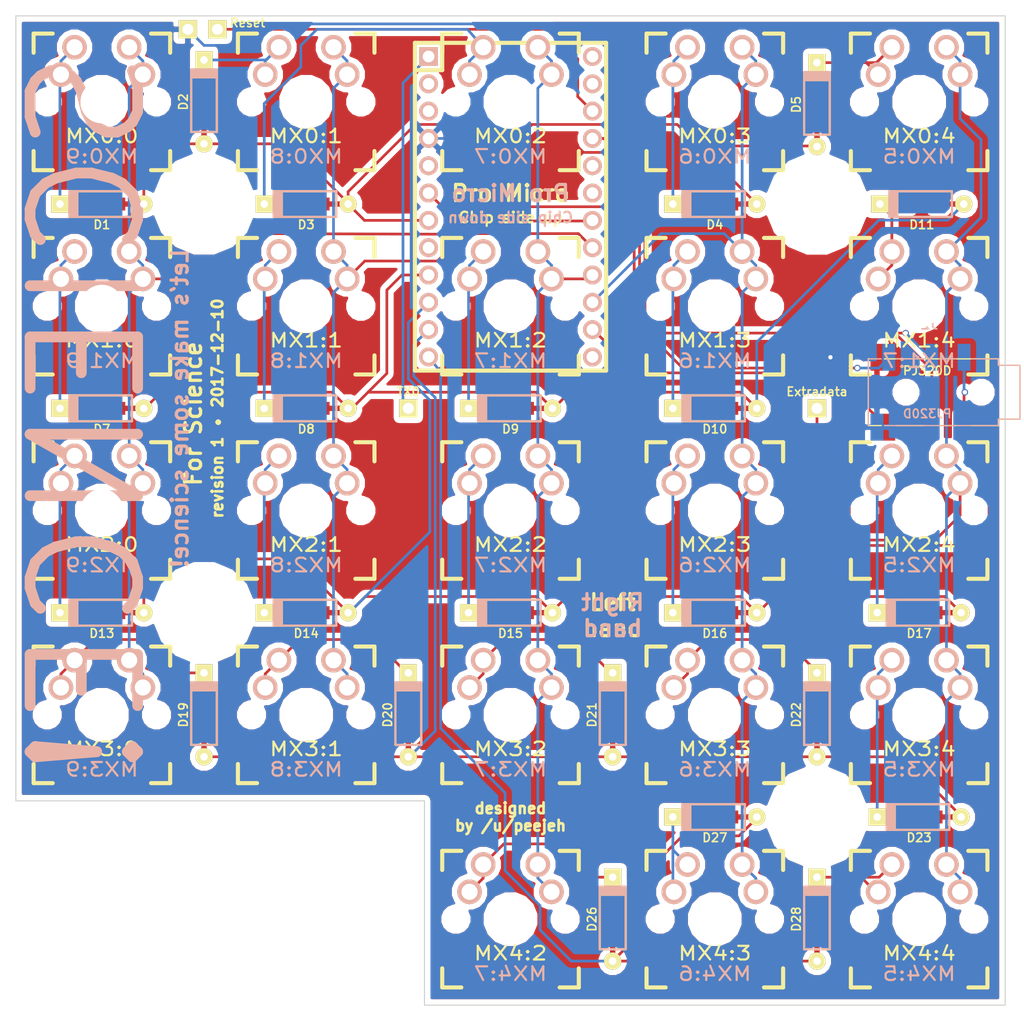
<source format=kicad_pcb>
(kicad_pcb (version 4) (host pcbnew 4.0.7)
  (layers (0 F.Cu signal) (31 B.Cu signal) (34 B.Paste user) (35 F.Paste user) (36 B.SilkS user) (37 F.SilkS user) (38 B.Mask user) (39 F.Mask user) (44 Edge.Cuts user))
  (net 0 "")
  (net 1 /Row0)
  (net 2 "Net-(D1-Pad1)")
  (net 3 "Net-(D2-Pad1)")
  (net 4 "Net-(D3-Pad1)")
  (net 5 "Net-(D4-Pad1)")
  (net 6 "Net-(D5-Pad1)")
  (net 7 /Row1)
  (net 8 "Net-(D7-Pad1)")
  (net 9 "Net-(D8-Pad1)")
  (net 10 "Net-(D9-Pad1)")
  (net 11 "Net-(D10-Pad1)")
  (net 12 "Net-(D11-Pad1)")
  (net 13 /Row2)
  (net 14 "Net-(D13-Pad1)")
  (net 15 "Net-(D14-Pad1)")
  (net 16 "Net-(D15-Pad1)")
  (net 17 "Net-(D16-Pad1)")
  (net 18 "Net-(D17-Pad1)")
  (net 19 /Row3)
  (net 20 "Net-(D19-Pad1)")
  (net 21 "Net-(D20-Pad1)")
  (net 22 "Net-(D21-Pad1)")
  (net 23 "Net-(D22-Pad1)")
  (net 24 "Net-(D23-Pad1)")
  (net 25 /Row4)
  (net 26 "Net-(D26-Pad1)")
  (net 27 "Net-(D27-Pad1)")
  (net 28 "Net-(D28-Pad1)")
  (net 29 "Net-(EXTRADATA1-Pad1)")
  (net 30 GND)
  (net 31 VCC)
  (net 32 "Net-(J1-Pad1)")
  (net 33 /Col0)
  (net 34 /Col1)
  (net 35 /Col2)
  (net 36 /Col3)
  (net 37 /Col4)
  (net 38 "Net-(RESET1-Pad1)")
  (net 39 "Net-(TX0-Pad1)")
  (net 40 "Net-(U1-Pad2)")
  (net 41 "Net-(U1-Pad3)")
  (net 42 "Net-(U1-Pad5)")
  (net 43 "Net-(U1-Pad8)")
  (net 44 "Net-(U1-Pad13)")
  (net 45 "Net-(U1-Pad19)")
  (net 46 "Net-(U1-Pad20)")
  (net 47 "Net-(U1-Pad23)")
  (net 48 "Net-(U1-Pad24)")
  (module Keyboard:MX_DoubleSided (layer F.Cu) (at 127 92)
    (fp_text reference MX2:2 (at 0 3.175) (layer F.SilkS) (effects (font (size 1.27 1.524) (thickness 0.2032))))
    (fp_text value MX2:7 (at 0 5.08) (layer B.SilkS) (effects (font (size 1.27 1.524) (thickness 0.2032)) (justify mirror)))
    (pad 1 thru_hole circle (at 2.54 -5.08) (size 2.286 2.286) (drill 1.4986) (layers *.Cu *.SilkS *.Mask) (net 35 /Col2))
    (pad 2 thru_hole circle (at -2.54 -5.08) (size 2.286 2.286) (drill 1.4986) (layers *.Cu *.SilkS *.Mask) (net 16 "Net-(D15-Pad1)"))
    (pad 2 thru_hole circle (at -3.81 -2.54) (size 2.286 2.286) (drill 1.4986) (layers *.Cu *.SilkS *.Mask) (net 16 "Net-(D15-Pad1)"))
    (pad 1 thru_hole circle (at 3.81 -2.54) (size 2.286 2.286) (drill 1.4986) (layers *.Cu *.SilkS *.Mask) (net 35 /Col2))
    (pad HOLE np_thru_hole circle (at 0 0) (size 3.9878 3.9878) (drill 3.9878) (layers *.Cu))
    (pad HOLE np_thru_hole circle (at -5.08 0) (size 1.7018 1.7018) (drill 1.7018) (layers *.Cu))
    (pad HOLE np_thru_hole circle (at 5.08 0) (size 1.7018 1.7018) (drill 1.7018) (layers *.Cu))
  )
  (module Mounting_Holes:MountingHole_8.4mm_M8 (layer F.Cu) (at 98.5 101.5)
    (fp_text reference M8 hide)
    (fp_text value MountingHole_8.4mm_M8 hide)
    (pad 1 np_thru_hole circle (at 0 0) (size 8.4 8.4) (drill 8.4) (layers *.Cu *.Mask))
  )
  (module Mounting_Holes:MountingHole_8.4mm_M8 (layer F.Cu) (at 98.5 63.5)
    (fp_text reference M8 hide)
    (fp_text value MountingHole_8.4mm_M8 hide)
    (pad 1 np_thru_hole circle (at 0 0) (size 8.4 8.4) (drill 8.4) (layers *.Cu *.Mask))
  )
  (module Mounting_Holes:MountingHole_8.4mm_M8 (layer F.Cu) (at 155.5 63.5)
    (fp_text reference M8 hide)
    (fp_text value MountingHole_8.4mm_M8 hide)
    (pad 1 np_thru_hole circle (at 0 0) (size 8.4 8.4) (drill 8.4) (layers *.Cu *.Mask))
  )
  (module Mounting_Holes:MountingHole_8.4mm_M8 (layer F.Cu) (at 155.5 120.5)
    (fp_text reference M8 hide)
    (fp_text value MountingHole_8.4mm_M8 hide)
    (pad 1 np_thru_hole circle (at 0 0) (size 8.4 8.4) (drill 8.4) (layers *.Cu *.Mask))
  )
  (module keyboard_parts:D_SOD123_axial (layer F.Cu) (at 89 63.5)
    (fp_text reference D1 (at 0 1.925) (layer F.SilkS) (effects (font (size 0.8 0.8))))
    (fp_text value DIODE hide)
    (pad 2 smd rect (at 1.575 0) (size 1.2 1.2) (layers F.Cu F.Paste F.Mask) (net 1 /Row0))
    (pad 1 smd rect (at -1.575 0) (size 1.2 1.2) (layers F.Cu F.Paste F.Mask) (net 2 "Net-(D1-Pad1)"))
    (pad 1 thru_hole rect (at -3.9 0) (size 1.6 1.6) (drill 0.7) (layers *.Cu *.Mask F.SilkS) (net 2 "Net-(D1-Pad1)"))
    (pad 2 thru_hole circle (at 3.9 0) (size 1.6 1.6) (drill 0.7) (layers *.Cu *.Mask F.SilkS) (net 1 /Row0))
    (pad 1 smd rect (at -2.7 0) (size 2.5 0.5) (layers F.Cu) (net 2 "Net-(D1-Pad1)"))
    (pad 2 smd rect (at 2.7 0) (size 2.5 0.5) (layers F.Cu) (net 1 /Row0))
  )
  (module keyboard_parts:D_SOD123_axial (layer F.Cu) (at 98.5 54 270)
    (fp_text reference D2 (at 0 1.925 270) (layer F.SilkS) (effects (font (size 0.8 0.8))))
    (fp_text value DIODE hide)
    (pad 2 smd rect (at 1.575 0 270) (size 1.2 1.2) (layers F.Cu F.Paste F.Mask) (net 1 /Row0))
    (pad 1 smd rect (at -1.575 0 270) (size 1.2 1.2) (layers F.Cu F.Paste F.Mask) (net 3 "Net-(D2-Pad1)"))
    (pad 1 thru_hole rect (at -3.9 0 270) (size 1.6 1.6) (drill 0.7) (layers *.Cu *.Mask F.SilkS) (net 3 "Net-(D2-Pad1)"))
    (pad 2 thru_hole circle (at 3.9 0 270) (size 1.6 1.6) (drill 0.7) (layers *.Cu *.Mask F.SilkS) (net 1 /Row0))
    (pad 1 smd rect (at -2.7 0 270) (size 2.5 0.5) (layers F.Cu) (net 3 "Net-(D2-Pad1)"))
    (pad 2 smd rect (at 2.7 0 270) (size 2.5 0.5) (layers F.Cu) (net 1 /Row0))
  )
  (module keyboard_parts:D_SOD123_axial (layer F.Cu) (at 108 63.5)
    (fp_text reference D3 (at 0 1.925) (layer F.SilkS) (effects (font (size 0.8 0.8))))
    (fp_text value DIODE hide)
    (pad 2 smd rect (at 1.575 0) (size 1.2 1.2) (layers F.Cu F.Paste F.Mask) (net 1 /Row0))
    (pad 1 smd rect (at -1.575 0) (size 1.2 1.2) (layers F.Cu F.Paste F.Mask) (net 4 "Net-(D3-Pad1)"))
    (pad 1 thru_hole rect (at -3.9 0) (size 1.6 1.6) (drill 0.7) (layers *.Cu *.Mask F.SilkS) (net 4 "Net-(D3-Pad1)"))
    (pad 2 thru_hole circle (at 3.9 0) (size 1.6 1.6) (drill 0.7) (layers *.Cu *.Mask F.SilkS) (net 1 /Row0))
    (pad 1 smd rect (at -2.7 0) (size 2.5 0.5) (layers F.Cu) (net 4 "Net-(D3-Pad1)"))
    (pad 2 smd rect (at 2.7 0) (size 2.5 0.5) (layers F.Cu) (net 1 /Row0))
  )
  (module keyboard_parts:D_SOD123_axial (layer F.Cu) (at 146 63.5)
    (fp_text reference D4 (at 0 1.925) (layer F.SilkS) (effects (font (size 0.8 0.8))))
    (fp_text value DIODE hide)
    (pad 2 smd rect (at 1.575 0) (size 1.2 1.2) (layers F.Cu F.Paste F.Mask) (net 1 /Row0))
    (pad 1 smd rect (at -1.575 0) (size 1.2 1.2) (layers F.Cu F.Paste F.Mask) (net 5 "Net-(D4-Pad1)"))
    (pad 1 thru_hole rect (at -3.9 0) (size 1.6 1.6) (drill 0.7) (layers *.Cu *.Mask F.SilkS) (net 5 "Net-(D4-Pad1)"))
    (pad 2 thru_hole circle (at 3.9 0) (size 1.6 1.6) (drill 0.7) (layers *.Cu *.Mask F.SilkS) (net 1 /Row0))
    (pad 1 smd rect (at -2.7 0) (size 2.5 0.5) (layers F.Cu) (net 5 "Net-(D4-Pad1)"))
    (pad 2 smd rect (at 2.7 0) (size 2.5 0.5) (layers F.Cu) (net 1 /Row0))
  )
  (module keyboard_parts:D_SOD123_axial (layer F.Cu) (at 155.5 54.25 270)
    (fp_text reference D5 (at 0 1.925 270) (layer F.SilkS) (effects (font (size 0.8 0.8))))
    (fp_text value DIODE hide)
    (pad 2 smd rect (at 1.575 0 270) (size 1.2 1.2) (layers F.Cu F.Paste F.Mask) (net 1 /Row0))
    (pad 1 smd rect (at -1.575 0 270) (size 1.2 1.2) (layers F.Cu F.Paste F.Mask) (net 6 "Net-(D5-Pad1)"))
    (pad 1 thru_hole rect (at -3.9 0 270) (size 1.6 1.6) (drill 0.7) (layers *.Cu *.Mask F.SilkS) (net 6 "Net-(D5-Pad1)"))
    (pad 2 thru_hole circle (at 3.9 0 270) (size 1.6 1.6) (drill 0.7) (layers *.Cu *.Mask F.SilkS) (net 1 /Row0))
    (pad 1 smd rect (at -2.7 0 270) (size 2.5 0.5) (layers F.Cu) (net 6 "Net-(D5-Pad1)"))
    (pad 2 smd rect (at 2.7 0 270) (size 2.5 0.5) (layers F.Cu) (net 1 /Row0))
  )
  (module keyboard_parts:D_SOD123_axial (layer F.Cu) (at 89 82.5)
    (fp_text reference D7 (at 0 1.925) (layer F.SilkS) (effects (font (size 0.8 0.8))))
    (fp_text value DIODE hide)
    (pad 2 smd rect (at 1.575 0) (size 1.2 1.2) (layers F.Cu F.Paste F.Mask) (net 7 /Row1))
    (pad 1 smd rect (at -1.575 0) (size 1.2 1.2) (layers F.Cu F.Paste F.Mask) (net 8 "Net-(D7-Pad1)"))
    (pad 1 thru_hole rect (at -3.9 0) (size 1.6 1.6) (drill 0.7) (layers *.Cu *.Mask F.SilkS) (net 8 "Net-(D7-Pad1)"))
    (pad 2 thru_hole circle (at 3.9 0) (size 1.6 1.6) (drill 0.7) (layers *.Cu *.Mask F.SilkS) (net 7 /Row1))
    (pad 1 smd rect (at -2.7 0) (size 2.5 0.5) (layers F.Cu) (net 8 "Net-(D7-Pad1)"))
    (pad 2 smd rect (at 2.7 0) (size 2.5 0.5) (layers F.Cu) (net 7 /Row1))
  )
  (module keyboard_parts:D_SOD123_axial (layer F.Cu) (at 108 82.5)
    (fp_text reference D8 (at 0 1.925) (layer F.SilkS) (effects (font (size 0.8 0.8))))
    (fp_text value DIODE hide)
    (pad 2 smd rect (at 1.575 0) (size 1.2 1.2) (layers F.Cu F.Paste F.Mask) (net 7 /Row1))
    (pad 1 smd rect (at -1.575 0) (size 1.2 1.2) (layers F.Cu F.Paste F.Mask) (net 9 "Net-(D8-Pad1)"))
    (pad 1 thru_hole rect (at -3.9 0) (size 1.6 1.6) (drill 0.7) (layers *.Cu *.Mask F.SilkS) (net 9 "Net-(D8-Pad1)"))
    (pad 2 thru_hole circle (at 3.9 0) (size 1.6 1.6) (drill 0.7) (layers *.Cu *.Mask F.SilkS) (net 7 /Row1))
    (pad 1 smd rect (at -2.7 0) (size 2.5 0.5) (layers F.Cu) (net 9 "Net-(D8-Pad1)"))
    (pad 2 smd rect (at 2.7 0) (size 2.5 0.5) (layers F.Cu) (net 7 /Row1))
  )
  (module keyboard_parts:D_SOD123_axial (layer F.Cu) (at 127 82.5)
    (fp_text reference D9 (at 0 1.925) (layer F.SilkS) (effects (font (size 0.8 0.8))))
    (fp_text value DIODE hide)
    (pad 2 smd rect (at 1.575 0) (size 1.2 1.2) (layers F.Cu F.Paste F.Mask) (net 7 /Row1))
    (pad 1 smd rect (at -1.575 0) (size 1.2 1.2) (layers F.Cu F.Paste F.Mask) (net 10 "Net-(D9-Pad1)"))
    (pad 1 thru_hole rect (at -3.9 0) (size 1.6 1.6) (drill 0.7) (layers *.Cu *.Mask F.SilkS) (net 10 "Net-(D9-Pad1)"))
    (pad 2 thru_hole circle (at 3.9 0) (size 1.6 1.6) (drill 0.7) (layers *.Cu *.Mask F.SilkS) (net 7 /Row1))
    (pad 1 smd rect (at -2.7 0) (size 2.5 0.5) (layers F.Cu) (net 10 "Net-(D9-Pad1)"))
    (pad 2 smd rect (at 2.7 0) (size 2.5 0.5) (layers F.Cu) (net 7 /Row1))
  )
  (module keyboard_parts:D_SOD123_axial (layer F.Cu) (at 146 82.5)
    (fp_text reference D10 (at 0 1.925) (layer F.SilkS) (effects (font (size 0.8 0.8))))
    (fp_text value DIODE hide)
    (pad 2 smd rect (at 1.575 0) (size 1.2 1.2) (layers F.Cu F.Paste F.Mask) (net 7 /Row1))
    (pad 1 smd rect (at -1.575 0) (size 1.2 1.2) (layers F.Cu F.Paste F.Mask) (net 11 "Net-(D10-Pad1)"))
    (pad 1 thru_hole rect (at -3.9 0) (size 1.6 1.6) (drill 0.7) (layers *.Cu *.Mask F.SilkS) (net 11 "Net-(D10-Pad1)"))
    (pad 2 thru_hole circle (at 3.9 0) (size 1.6 1.6) (drill 0.7) (layers *.Cu *.Mask F.SilkS) (net 7 /Row1))
    (pad 1 smd rect (at -2.7 0) (size 2.5 0.5) (layers F.Cu) (net 11 "Net-(D10-Pad1)"))
    (pad 2 smd rect (at 2.7 0) (size 2.5 0.5) (layers F.Cu) (net 7 /Row1))
  )
  (module keyboard_parts:D_SOD123_axial (layer F.Cu) (at 165.25 63.5)
    (fp_text reference D11 (at 0 1.925) (layer F.SilkS) (effects (font (size 0.8 0.8))))
    (fp_text value DIODE hide)
    (pad 2 smd rect (at 1.575 0) (size 1.2 1.2) (layers F.Cu F.Paste F.Mask) (net 7 /Row1))
    (pad 1 smd rect (at -1.575 0) (size 1.2 1.2) (layers F.Cu F.Paste F.Mask) (net 12 "Net-(D11-Pad1)"))
    (pad 1 thru_hole rect (at -3.9 0) (size 1.6 1.6) (drill 0.7) (layers *.Cu *.Mask F.SilkS) (net 12 "Net-(D11-Pad1)"))
    (pad 2 thru_hole circle (at 3.9 0) (size 1.6 1.6) (drill 0.7) (layers *.Cu *.Mask F.SilkS) (net 7 /Row1))
    (pad 1 smd rect (at -2.7 0) (size 2.5 0.5) (layers F.Cu) (net 12 "Net-(D11-Pad1)"))
    (pad 2 smd rect (at 2.7 0) (size 2.5 0.5) (layers F.Cu) (net 7 /Row1))
  )
  (module keyboard_parts:D_SOD123_axial (layer F.Cu) (at 89 101.5)
    (fp_text reference D13 (at 0 1.925) (layer F.SilkS) (effects (font (size 0.8 0.8))))
    (fp_text value DIODE hide)
    (pad 2 smd rect (at 1.575 0) (size 1.2 1.2) (layers F.Cu F.Paste F.Mask) (net 13 /Row2))
    (pad 1 smd rect (at -1.575 0) (size 1.2 1.2) (layers F.Cu F.Paste F.Mask) (net 14 "Net-(D13-Pad1)"))
    (pad 1 thru_hole rect (at -3.9 0) (size 1.6 1.6) (drill 0.7) (layers *.Cu *.Mask F.SilkS) (net 14 "Net-(D13-Pad1)"))
    (pad 2 thru_hole circle (at 3.9 0) (size 1.6 1.6) (drill 0.7) (layers *.Cu *.Mask F.SilkS) (net 13 /Row2))
    (pad 1 smd rect (at -2.7 0) (size 2.5 0.5) (layers F.Cu) (net 14 "Net-(D13-Pad1)"))
    (pad 2 smd rect (at 2.7 0) (size 2.5 0.5) (layers F.Cu) (net 13 /Row2))
  )
  (module keyboard_parts:D_SOD123_axial (layer F.Cu) (at 108 101.5)
    (fp_text reference D14 (at 0 1.925) (layer F.SilkS) (effects (font (size 0.8 0.8))))
    (fp_text value DIODE hide)
    (pad 2 smd rect (at 1.575 0) (size 1.2 1.2) (layers F.Cu F.Paste F.Mask) (net 13 /Row2))
    (pad 1 smd rect (at -1.575 0) (size 1.2 1.2) (layers F.Cu F.Paste F.Mask) (net 15 "Net-(D14-Pad1)"))
    (pad 1 thru_hole rect (at -3.9 0) (size 1.6 1.6) (drill 0.7) (layers *.Cu *.Mask F.SilkS) (net 15 "Net-(D14-Pad1)"))
    (pad 2 thru_hole circle (at 3.9 0) (size 1.6 1.6) (drill 0.7) (layers *.Cu *.Mask F.SilkS) (net 13 /Row2))
    (pad 1 smd rect (at -2.7 0) (size 2.5 0.5) (layers F.Cu) (net 15 "Net-(D14-Pad1)"))
    (pad 2 smd rect (at 2.7 0) (size 2.5 0.5) (layers F.Cu) (net 13 /Row2))
  )
  (module keyboard_parts:D_SOD123_axial (layer F.Cu) (at 127 101.5)
    (fp_text reference D15 (at 0 1.925) (layer F.SilkS) (effects (font (size 0.8 0.8))))
    (fp_text value DIODE hide)
    (pad 2 smd rect (at 1.575 0) (size 1.2 1.2) (layers F.Cu F.Paste F.Mask) (net 13 /Row2))
    (pad 1 smd rect (at -1.575 0) (size 1.2 1.2) (layers F.Cu F.Paste F.Mask) (net 16 "Net-(D15-Pad1)"))
    (pad 1 thru_hole rect (at -3.9 0) (size 1.6 1.6) (drill 0.7) (layers *.Cu *.Mask F.SilkS) (net 16 "Net-(D15-Pad1)"))
    (pad 2 thru_hole circle (at 3.9 0) (size 1.6 1.6) (drill 0.7) (layers *.Cu *.Mask F.SilkS) (net 13 /Row2))
    (pad 1 smd rect (at -2.7 0) (size 2.5 0.5) (layers F.Cu) (net 16 "Net-(D15-Pad1)"))
    (pad 2 smd rect (at 2.7 0) (size 2.5 0.5) (layers F.Cu) (net 13 /Row2))
  )
  (module keyboard_parts:D_SOD123_axial (layer F.Cu) (at 146 101.5)
    (fp_text reference D16 (at 0 1.925) (layer F.SilkS) (effects (font (size 0.8 0.8))))
    (fp_text value DIODE hide)
    (pad 2 smd rect (at 1.575 0) (size 1.2 1.2) (layers F.Cu F.Paste F.Mask) (net 13 /Row2))
    (pad 1 smd rect (at -1.575 0) (size 1.2 1.2) (layers F.Cu F.Paste F.Mask) (net 17 "Net-(D16-Pad1)"))
    (pad 1 thru_hole rect (at -3.9 0) (size 1.6 1.6) (drill 0.7) (layers *.Cu *.Mask F.SilkS) (net 17 "Net-(D16-Pad1)"))
    (pad 2 thru_hole circle (at 3.9 0) (size 1.6 1.6) (drill 0.7) (layers *.Cu *.Mask F.SilkS) (net 13 /Row2))
    (pad 1 smd rect (at -2.7 0) (size 2.5 0.5) (layers F.Cu) (net 17 "Net-(D16-Pad1)"))
    (pad 2 smd rect (at 2.7 0) (size 2.5 0.5) (layers F.Cu) (net 13 /Row2))
  )
  (module keyboard_parts:D_SOD123_axial (layer F.Cu) (at 165 101.5)
    (fp_text reference D17 (at 0 1.925) (layer F.SilkS) (effects (font (size 0.8 0.8))))
    (fp_text value DIODE hide)
    (pad 2 smd rect (at 1.575 0) (size 1.2 1.2) (layers F.Cu F.Paste F.Mask) (net 13 /Row2))
    (pad 1 smd rect (at -1.575 0) (size 1.2 1.2) (layers F.Cu F.Paste F.Mask) (net 18 "Net-(D17-Pad1)"))
    (pad 1 thru_hole rect (at -3.9 0) (size 1.6 1.6) (drill 0.7) (layers *.Cu *.Mask F.SilkS) (net 18 "Net-(D17-Pad1)"))
    (pad 2 thru_hole circle (at 3.9 0) (size 1.6 1.6) (drill 0.7) (layers *.Cu *.Mask F.SilkS) (net 13 /Row2))
    (pad 1 smd rect (at -2.7 0) (size 2.5 0.5) (layers F.Cu) (net 18 "Net-(D17-Pad1)"))
    (pad 2 smd rect (at 2.7 0) (size 2.5 0.5) (layers F.Cu) (net 13 /Row2))
  )
  (module keyboard_parts:D_SOD123_axial (layer F.Cu) (at 98.5 111 270)
    (fp_text reference D19 (at 0 1.925 270) (layer F.SilkS) (effects (font (size 0.8 0.8))))
    (fp_text value DIODE hide)
    (pad 2 smd rect (at 1.575 0 270) (size 1.2 1.2) (layers F.Cu F.Paste F.Mask) (net 19 /Row3))
    (pad 1 smd rect (at -1.575 0 270) (size 1.2 1.2) (layers F.Cu F.Paste F.Mask) (net 20 "Net-(D19-Pad1)"))
    (pad 1 thru_hole rect (at -3.9 0 270) (size 1.6 1.6) (drill 0.7) (layers *.Cu *.Mask F.SilkS) (net 20 "Net-(D19-Pad1)"))
    (pad 2 thru_hole circle (at 3.9 0 270) (size 1.6 1.6) (drill 0.7) (layers *.Cu *.Mask F.SilkS) (net 19 /Row3))
    (pad 1 smd rect (at -2.7 0 270) (size 2.5 0.5) (layers F.Cu) (net 20 "Net-(D19-Pad1)"))
    (pad 2 smd rect (at 2.7 0 270) (size 2.5 0.5) (layers F.Cu) (net 19 /Row3))
  )
  (module keyboard_parts:D_SOD123_axial (layer F.Cu) (at 117.5 111 270)
    (fp_text reference D20 (at 0 1.925 270) (layer F.SilkS) (effects (font (size 0.8 0.8))))
    (fp_text value DIODE hide)
    (pad 2 smd rect (at 1.575 0 270) (size 1.2 1.2) (layers F.Cu F.Paste F.Mask) (net 19 /Row3))
    (pad 1 smd rect (at -1.575 0 270) (size 1.2 1.2) (layers F.Cu F.Paste F.Mask) (net 21 "Net-(D20-Pad1)"))
    (pad 1 thru_hole rect (at -3.9 0 270) (size 1.6 1.6) (drill 0.7) (layers *.Cu *.Mask F.SilkS) (net 21 "Net-(D20-Pad1)"))
    (pad 2 thru_hole circle (at 3.9 0 270) (size 1.6 1.6) (drill 0.7) (layers *.Cu *.Mask F.SilkS) (net 19 /Row3))
    (pad 1 smd rect (at -2.7 0 270) (size 2.5 0.5) (layers F.Cu) (net 21 "Net-(D20-Pad1)"))
    (pad 2 smd rect (at 2.7 0 270) (size 2.5 0.5) (layers F.Cu) (net 19 /Row3))
  )
  (module keyboard_parts:D_SOD123_axial (layer F.Cu) (at 136.5 111 270)
    (fp_text reference D21 (at 0 1.925 270) (layer F.SilkS) (effects (font (size 0.8 0.8))))
    (fp_text value DIODE hide)
    (pad 2 smd rect (at 1.575 0 270) (size 1.2 1.2) (layers F.Cu F.Paste F.Mask) (net 19 /Row3))
    (pad 1 smd rect (at -1.575 0 270) (size 1.2 1.2) (layers F.Cu F.Paste F.Mask) (net 22 "Net-(D21-Pad1)"))
    (pad 1 thru_hole rect (at -3.9 0 270) (size 1.6 1.6) (drill 0.7) (layers *.Cu *.Mask F.SilkS) (net 22 "Net-(D21-Pad1)"))
    (pad 2 thru_hole circle (at 3.9 0 270) (size 1.6 1.6) (drill 0.7) (layers *.Cu *.Mask F.SilkS) (net 19 /Row3))
    (pad 1 smd rect (at -2.7 0 270) (size 2.5 0.5) (layers F.Cu) (net 22 "Net-(D21-Pad1)"))
    (pad 2 smd rect (at 2.7 0 270) (size 2.5 0.5) (layers F.Cu) (net 19 /Row3))
  )
  (module keyboard_parts:D_SOD123_axial (layer F.Cu) (at 155.5 111 270)
    (fp_text reference D22 (at 0 1.925 270) (layer F.SilkS) (effects (font (size 0.8 0.8))))
    (fp_text value DIODE hide)
    (pad 2 smd rect (at 1.575 0 270) (size 1.2 1.2) (layers F.Cu F.Paste F.Mask) (net 19 /Row3))
    (pad 1 smd rect (at -1.575 0 270) (size 1.2 1.2) (layers F.Cu F.Paste F.Mask) (net 23 "Net-(D22-Pad1)"))
    (pad 1 thru_hole rect (at -3.9 0 270) (size 1.6 1.6) (drill 0.7) (layers *.Cu *.Mask F.SilkS) (net 23 "Net-(D22-Pad1)"))
    (pad 2 thru_hole circle (at 3.9 0 270) (size 1.6 1.6) (drill 0.7) (layers *.Cu *.Mask F.SilkS) (net 19 /Row3))
    (pad 1 smd rect (at -2.7 0 270) (size 2.5 0.5) (layers F.Cu) (net 23 "Net-(D22-Pad1)"))
    (pad 2 smd rect (at 2.7 0 270) (size 2.5 0.5) (layers F.Cu) (net 19 /Row3))
  )
  (module keyboard_parts:D_SOD123_axial (layer F.Cu) (at 165 120.5)
    (fp_text reference D23 (at 0 1.925) (layer F.SilkS) (effects (font (size 0.8 0.8))))
    (fp_text value DIODE hide)
    (pad 2 smd rect (at 1.575 0) (size 1.2 1.2) (layers F.Cu F.Paste F.Mask) (net 19 /Row3))
    (pad 1 smd rect (at -1.575 0) (size 1.2 1.2) (layers F.Cu F.Paste F.Mask) (net 24 "Net-(D23-Pad1)"))
    (pad 1 thru_hole rect (at -3.9 0) (size 1.6 1.6) (drill 0.7) (layers *.Cu *.Mask F.SilkS) (net 24 "Net-(D23-Pad1)"))
    (pad 2 thru_hole circle (at 3.9 0) (size 1.6 1.6) (drill 0.7) (layers *.Cu *.Mask F.SilkS) (net 19 /Row3))
    (pad 1 smd rect (at -2.7 0) (size 2.5 0.5) (layers F.Cu) (net 24 "Net-(D23-Pad1)"))
    (pad 2 smd rect (at 2.7 0) (size 2.5 0.5) (layers F.Cu) (net 19 /Row3))
  )
  (module keyboard_parts:D_SOD123_axial (layer F.Cu) (at 136.5 130 270)
    (fp_text reference D26 (at 0 1.925 270) (layer F.SilkS) (effects (font (size 0.8 0.8))))
    (fp_text value DIODE hide)
    (pad 2 smd rect (at 1.575 0 270) (size 1.2 1.2) (layers F.Cu F.Paste F.Mask) (net 25 /Row4))
    (pad 1 smd rect (at -1.575 0 270) (size 1.2 1.2) (layers F.Cu F.Paste F.Mask) (net 26 "Net-(D26-Pad1)"))
    (pad 1 thru_hole rect (at -3.9 0 270) (size 1.6 1.6) (drill 0.7) (layers *.Cu *.Mask F.SilkS) (net 26 "Net-(D26-Pad1)"))
    (pad 2 thru_hole circle (at 3.9 0 270) (size 1.6 1.6) (drill 0.7) (layers *.Cu *.Mask F.SilkS) (net 25 /Row4))
    (pad 1 smd rect (at -2.7 0 270) (size 2.5 0.5) (layers F.Cu) (net 26 "Net-(D26-Pad1)"))
    (pad 2 smd rect (at 2.7 0 270) (size 2.5 0.5) (layers F.Cu) (net 25 /Row4))
  )
  (module keyboard_parts:D_SOD123_axial (layer F.Cu) (at 146 120.5)
    (fp_text reference D27 (at 0 1.925) (layer F.SilkS) (effects (font (size 0.8 0.8))))
    (fp_text value DIODE hide)
    (pad 2 smd rect (at 1.575 0) (size 1.2 1.2) (layers F.Cu F.Paste F.Mask) (net 25 /Row4))
    (pad 1 smd rect (at -1.575 0) (size 1.2 1.2) (layers F.Cu F.Paste F.Mask) (net 27 "Net-(D27-Pad1)"))
    (pad 1 thru_hole rect (at -3.9 0) (size 1.6 1.6) (drill 0.7) (layers *.Cu *.Mask F.SilkS) (net 27 "Net-(D27-Pad1)"))
    (pad 2 thru_hole circle (at 3.9 0) (size 1.6 1.6) (drill 0.7) (layers *.Cu *.Mask F.SilkS) (net 25 /Row4))
    (pad 1 smd rect (at -2.7 0) (size 2.5 0.5) (layers F.Cu) (net 27 "Net-(D27-Pad1)"))
    (pad 2 smd rect (at 2.7 0) (size 2.5 0.5) (layers F.Cu) (net 25 /Row4))
  )
  (module keyboard_parts:D_SOD123_axial (layer F.Cu) (at 155.5 130 270)
    (fp_text reference D28 (at 0 1.925 270) (layer F.SilkS) (effects (font (size 0.8 0.8))))
    (fp_text value DIODE hide)
    (pad 2 smd rect (at 1.575 0 270) (size 1.2 1.2) (layers F.Cu F.Paste F.Mask) (net 25 /Row4))
    (pad 1 smd rect (at -1.575 0 270) (size 1.2 1.2) (layers F.Cu F.Paste F.Mask) (net 28 "Net-(D28-Pad1)"))
    (pad 1 thru_hole rect (at -3.9 0 270) (size 1.6 1.6) (drill 0.7) (layers *.Cu *.Mask F.SilkS) (net 28 "Net-(D28-Pad1)"))
    (pad 2 thru_hole circle (at 3.9 0 270) (size 1.6 1.6) (drill 0.7) (layers *.Cu *.Mask F.SilkS) (net 25 /Row4))
    (pad 1 smd rect (at -2.7 0 270) (size 2.5 0.5) (layers F.Cu) (net 28 "Net-(D28-Pad1)"))
    (pad 2 smd rect (at 2.7 0 270) (size 2.5 0.5) (layers F.Cu) (net 25 /Row4))
  )
  (module keyboard_parts:PIN_1_SQUARE (layer F.Cu) (at 155.5 82.5)
    (fp_text reference EXTRADATA1 hide)
    (fp_text value Extradata (at 0 -1.55) (layer F.SilkS) (effects (font (size 0.8 0.8))))
    (pad 1 thru_hole rect (at 0 0) (size 1.7 1.7) (drill 1.016) (layers *.Cu *.Mask F.SilkS) (net 29 "Net-(EXTRADATA1-Pad1)"))
  )
  (module keyboard_parts:PIN_1_SQUARE (layer F.Cu) (at 97 47.25)
    (fp_text reference GROUND1 hide)
    (fp_text value Ground hide)
    (pad 1 thru_hole rect (at 0 0) (size 1.7 1.7) (drill 1.016) (layers *.Cu *.Mask F.SilkS) (net 30 GND))
  )
  (module Keyboard:MX_DoubleSided (layer F.Cu) (at 89 54)
    (fp_text reference MX0:0 (at 0 3.175) (layer F.SilkS) (effects (font (size 1.27 1.524) (thickness 0.2032))))
    (fp_text value MX0:9 (at 0 5.08) (layer B.SilkS) (effects (font (size 1.27 1.524) (thickness 0.2032)) (justify mirror)))
    (pad 1 thru_hole circle (at 2.54 -5.08) (size 2.286 2.286) (drill 1.4986) (layers *.Cu *.SilkS *.Mask) (net 33 /Col0))
    (pad 2 thru_hole circle (at -2.54 -5.08) (size 2.286 2.286) (drill 1.4986) (layers *.Cu *.SilkS *.Mask) (net 2 "Net-(D1-Pad1)"))
    (pad 2 thru_hole circle (at -3.81 -2.54) (size 2.286 2.286) (drill 1.4986) (layers *.Cu *.SilkS *.Mask) (net 2 "Net-(D1-Pad1)"))
    (pad 1 thru_hole circle (at 3.81 -2.54) (size 2.286 2.286) (drill 1.4986) (layers *.Cu *.SilkS *.Mask) (net 33 /Col0))
    (pad HOLE np_thru_hole circle (at 0 0) (size 3.9878 3.9878) (drill 3.9878) (layers *.Cu))
    (pad HOLE np_thru_hole circle (at -5.08 0) (size 1.7018 1.7018) (drill 1.7018) (layers *.Cu))
    (pad HOLE np_thru_hole circle (at 5.08 0) (size 1.7018 1.7018) (drill 1.7018) (layers *.Cu))
  )
  (module Keyboard:MX_DoubleSided (layer F.Cu) (at 108 54)
    (fp_text reference MX0:1 (at 0 3.175) (layer F.SilkS) (effects (font (size 1.27 1.524) (thickness 0.2032))))
    (fp_text value MX0:8 (at 0 5.08) (layer B.SilkS) (effects (font (size 1.27 1.524) (thickness 0.2032)) (justify mirror)))
    (pad 1 thru_hole circle (at 2.54 -5.08) (size 2.286 2.286) (drill 1.4986) (layers *.Cu *.SilkS *.Mask) (net 34 /Col1))
    (pad 2 thru_hole circle (at -2.54 -5.08) (size 2.286 2.286) (drill 1.4986) (layers *.Cu *.SilkS *.Mask) (net 3 "Net-(D2-Pad1)"))
    (pad 2 thru_hole circle (at -3.81 -2.54) (size 2.286 2.286) (drill 1.4986) (layers *.Cu *.SilkS *.Mask) (net 3 "Net-(D2-Pad1)"))
    (pad 1 thru_hole circle (at 3.81 -2.54) (size 2.286 2.286) (drill 1.4986) (layers *.Cu *.SilkS *.Mask) (net 34 /Col1))
    (pad HOLE np_thru_hole circle (at 0 0) (size 3.9878 3.9878) (drill 3.9878) (layers *.Cu))
    (pad HOLE np_thru_hole circle (at -5.08 0) (size 1.7018 1.7018) (drill 1.7018) (layers *.Cu))
    (pad HOLE np_thru_hole circle (at 5.08 0) (size 1.7018 1.7018) (drill 1.7018) (layers *.Cu))
  )
  (module Keyboard:MX_DoubleSided (layer F.Cu) (at 127 54)
    (fp_text reference MX0:2 (at 0 3.175) (layer F.SilkS) (effects (font (size 1.27 1.524) (thickness 0.2032))))
    (fp_text value MX0:7 (at 0 5.08) (layer B.SilkS) (effects (font (size 1.27 1.524) (thickness 0.2032)) (justify mirror)))
    (pad 1 thru_hole circle (at 2.54 -5.08) (size 2.286 2.286) (drill 1.4986) (layers *.Cu *.SilkS *.Mask) (net 35 /Col2))
    (pad 2 thru_hole circle (at -2.54 -5.08) (size 2.286 2.286) (drill 1.4986) (layers *.Cu *.SilkS *.Mask) (net 4 "Net-(D3-Pad1)"))
    (pad 2 thru_hole circle (at -3.81 -2.54) (size 2.286 2.286) (drill 1.4986) (layers *.Cu *.SilkS *.Mask) (net 4 "Net-(D3-Pad1)"))
    (pad 1 thru_hole circle (at 3.81 -2.54) (size 2.286 2.286) (drill 1.4986) (layers *.Cu *.SilkS *.Mask) (net 35 /Col2))
    (pad HOLE np_thru_hole circle (at 0 0) (size 3.9878 3.9878) (drill 3.9878) (layers *.Cu))
    (pad HOLE np_thru_hole circle (at -5.08 0) (size 1.7018 1.7018) (drill 1.7018) (layers *.Cu))
    (pad HOLE np_thru_hole circle (at 5.08 0) (size 1.7018 1.7018) (drill 1.7018) (layers *.Cu))
  )
  (module Keyboard:MX_DoubleSided (layer F.Cu) (at 146 54)
    (fp_text reference MX0:3 (at 0 3.175) (layer F.SilkS) (effects (font (size 1.27 1.524) (thickness 0.2032))))
    (fp_text value MX0:6 (at 0 5.08) (layer B.SilkS) (effects (font (size 1.27 1.524) (thickness 0.2032)) (justify mirror)))
    (pad 1 thru_hole circle (at 2.54 -5.08) (size 2.286 2.286) (drill 1.4986) (layers *.Cu *.SilkS *.Mask) (net 36 /Col3))
    (pad 2 thru_hole circle (at -2.54 -5.08) (size 2.286 2.286) (drill 1.4986) (layers *.Cu *.SilkS *.Mask) (net 5 "Net-(D4-Pad1)"))
    (pad 2 thru_hole circle (at -3.81 -2.54) (size 2.286 2.286) (drill 1.4986) (layers *.Cu *.SilkS *.Mask) (net 5 "Net-(D4-Pad1)"))
    (pad 1 thru_hole circle (at 3.81 -2.54) (size 2.286 2.286) (drill 1.4986) (layers *.Cu *.SilkS *.Mask) (net 36 /Col3))
    (pad HOLE np_thru_hole circle (at 0 0) (size 3.9878 3.9878) (drill 3.9878) (layers *.Cu))
    (pad HOLE np_thru_hole circle (at -5.08 0) (size 1.7018 1.7018) (drill 1.7018) (layers *.Cu))
    (pad HOLE np_thru_hole circle (at 5.08 0) (size 1.7018 1.7018) (drill 1.7018) (layers *.Cu))
  )
  (module Keyboard:MX_DoubleSided (layer F.Cu) (at 165 54)
    (fp_text reference MX0:4 (at 0 3.175) (layer F.SilkS) (effects (font (size 1.27 1.524) (thickness 0.2032))))
    (fp_text value MX0:5 (at 0 5.08) (layer B.SilkS) (effects (font (size 1.27 1.524) (thickness 0.2032)) (justify mirror)))
    (pad 1 thru_hole circle (at 2.54 -5.08) (size 2.286 2.286) (drill 1.4986) (layers *.Cu *.SilkS *.Mask) (net 37 /Col4))
    (pad 2 thru_hole circle (at -2.54 -5.08) (size 2.286 2.286) (drill 1.4986) (layers *.Cu *.SilkS *.Mask) (net 6 "Net-(D5-Pad1)"))
    (pad 2 thru_hole circle (at -3.81 -2.54) (size 2.286 2.286) (drill 1.4986) (layers *.Cu *.SilkS *.Mask) (net 6 "Net-(D5-Pad1)"))
    (pad 1 thru_hole circle (at 3.81 -2.54) (size 2.286 2.286) (drill 1.4986) (layers *.Cu *.SilkS *.Mask) (net 37 /Col4))
    (pad HOLE np_thru_hole circle (at 0 0) (size 3.9878 3.9878) (drill 3.9878) (layers *.Cu))
    (pad HOLE np_thru_hole circle (at -5.08 0) (size 1.7018 1.7018) (drill 1.7018) (layers *.Cu))
    (pad HOLE np_thru_hole circle (at 5.08 0) (size 1.7018 1.7018) (drill 1.7018) (layers *.Cu))
  )
  (module Keyboard:MX_DoubleSided (layer F.Cu) (at 89 73)
    (fp_text reference MX1:0 (at 0 3.175) (layer F.SilkS) (effects (font (size 1.27 1.524) (thickness 0.2032))))
    (fp_text value MX1:9 (at 0 5.08) (layer B.SilkS) (effects (font (size 1.27 1.524) (thickness 0.2032)) (justify mirror)))
    (pad 1 thru_hole circle (at 2.54 -5.08) (size 2.286 2.286) (drill 1.4986) (layers *.Cu *.SilkS *.Mask) (net 33 /Col0))
    (pad 2 thru_hole circle (at -2.54 -5.08) (size 2.286 2.286) (drill 1.4986) (layers *.Cu *.SilkS *.Mask) (net 8 "Net-(D7-Pad1)"))
    (pad 2 thru_hole circle (at -3.81 -2.54) (size 2.286 2.286) (drill 1.4986) (layers *.Cu *.SilkS *.Mask) (net 8 "Net-(D7-Pad1)"))
    (pad 1 thru_hole circle (at 3.81 -2.54) (size 2.286 2.286) (drill 1.4986) (layers *.Cu *.SilkS *.Mask) (net 33 /Col0))
    (pad HOLE np_thru_hole circle (at 0 0) (size 3.9878 3.9878) (drill 3.9878) (layers *.Cu))
    (pad HOLE np_thru_hole circle (at -5.08 0) (size 1.7018 1.7018) (drill 1.7018) (layers *.Cu))
    (pad HOLE np_thru_hole circle (at 5.08 0) (size 1.7018 1.7018) (drill 1.7018) (layers *.Cu))
  )
  (module Keyboard:MX_DoubleSided (layer F.Cu) (at 108 73)
    (fp_text reference MX1:1 (at 0 3.175) (layer F.SilkS) (effects (font (size 1.27 1.524) (thickness 0.2032))))
    (fp_text value MX1:8 (at 0 5.08) (layer B.SilkS) (effects (font (size 1.27 1.524) (thickness 0.2032)) (justify mirror)))
    (pad 1 thru_hole circle (at 2.54 -5.08) (size 2.286 2.286) (drill 1.4986) (layers *.Cu *.SilkS *.Mask) (net 34 /Col1))
    (pad 2 thru_hole circle (at -2.54 -5.08) (size 2.286 2.286) (drill 1.4986) (layers *.Cu *.SilkS *.Mask) (net 9 "Net-(D8-Pad1)"))
    (pad 2 thru_hole circle (at -3.81 -2.54) (size 2.286 2.286) (drill 1.4986) (layers *.Cu *.SilkS *.Mask) (net 9 "Net-(D8-Pad1)"))
    (pad 1 thru_hole circle (at 3.81 -2.54) (size 2.286 2.286) (drill 1.4986) (layers *.Cu *.SilkS *.Mask) (net 34 /Col1))
    (pad HOLE np_thru_hole circle (at 0 0) (size 3.9878 3.9878) (drill 3.9878) (layers *.Cu))
    (pad HOLE np_thru_hole circle (at -5.08 0) (size 1.7018 1.7018) (drill 1.7018) (layers *.Cu))
    (pad HOLE np_thru_hole circle (at 5.08 0) (size 1.7018 1.7018) (drill 1.7018) (layers *.Cu))
  )
  (module Keyboard:MX_DoubleSided (layer F.Cu) (at 127 73)
    (fp_text reference MX1:2 (at 0 3.175) (layer F.SilkS) (effects (font (size 1.27 1.524) (thickness 0.2032))))
    (fp_text value MX1:7 (at 0 5.08) (layer B.SilkS) (effects (font (size 1.27 1.524) (thickness 0.2032)) (justify mirror)))
    (pad 1 thru_hole circle (at 2.54 -5.08) (size 2.286 2.286) (drill 1.4986) (layers *.Cu *.SilkS *.Mask) (net 35 /Col2))
    (pad 2 thru_hole circle (at -2.54 -5.08) (size 2.286 2.286) (drill 1.4986) (layers *.Cu *.SilkS *.Mask) (net 10 "Net-(D9-Pad1)"))
    (pad 2 thru_hole circle (at -3.81 -2.54) (size 2.286 2.286) (drill 1.4986) (layers *.Cu *.SilkS *.Mask) (net 10 "Net-(D9-Pad1)"))
    (pad 1 thru_hole circle (at 3.81 -2.54) (size 2.286 2.286) (drill 1.4986) (layers *.Cu *.SilkS *.Mask) (net 35 /Col2))
    (pad HOLE np_thru_hole circle (at 0 0) (size 3.9878 3.9878) (drill 3.9878) (layers *.Cu))
    (pad HOLE np_thru_hole circle (at -5.08 0) (size 1.7018 1.7018) (drill 1.7018) (layers *.Cu))
    (pad HOLE np_thru_hole circle (at 5.08 0) (size 1.7018 1.7018) (drill 1.7018) (layers *.Cu))
  )
  (module Keyboard:MX_DoubleSided (layer F.Cu) (at 146 73)
    (fp_text reference MX1:3 (at 0 3.175) (layer F.SilkS) (effects (font (size 1.27 1.524) (thickness 0.2032))))
    (fp_text value MX1:6 (at 0 5.08) (layer B.SilkS) (effects (font (size 1.27 1.524) (thickness 0.2032)) (justify mirror)))
    (pad 1 thru_hole circle (at 2.54 -5.08) (size 2.286 2.286) (drill 1.4986) (layers *.Cu *.SilkS *.Mask) (net 36 /Col3))
    (pad 2 thru_hole circle (at -2.54 -5.08) (size 2.286 2.286) (drill 1.4986) (layers *.Cu *.SilkS *.Mask) (net 11 "Net-(D10-Pad1)"))
    (pad 2 thru_hole circle (at -3.81 -2.54) (size 2.286 2.286) (drill 1.4986) (layers *.Cu *.SilkS *.Mask) (net 11 "Net-(D10-Pad1)"))
    (pad 1 thru_hole circle (at 3.81 -2.54) (size 2.286 2.286) (drill 1.4986) (layers *.Cu *.SilkS *.Mask) (net 36 /Col3))
    (pad HOLE np_thru_hole circle (at 0 0) (size 3.9878 3.9878) (drill 3.9878) (layers *.Cu))
    (pad HOLE np_thru_hole circle (at -5.08 0) (size 1.7018 1.7018) (drill 1.7018) (layers *.Cu))
    (pad HOLE np_thru_hole circle (at 5.08 0) (size 1.7018 1.7018) (drill 1.7018) (layers *.Cu))
  )
  (module Keyboard:MX_DoubleSided (layer F.Cu) (at 165 73)
    (fp_text reference MX1:4 (at 0 3.175) (layer F.SilkS) (effects (font (size 1.27 1.524) (thickness 0.2032))))
    (fp_text value MX1:7 (at 0 5.08) (layer B.SilkS) (effects (font (size 1.27 1.524) (thickness 0.2032)) (justify mirror)))
    (pad 1 thru_hole circle (at 2.54 -5.08) (size 2.286 2.286) (drill 1.4986) (layers *.Cu *.SilkS *.Mask) (net 37 /Col4))
    (pad 2 thru_hole circle (at -2.54 -5.08) (size 2.286 2.286) (drill 1.4986) (layers *.Cu *.SilkS *.Mask) (net 12 "Net-(D11-Pad1)"))
    (pad 2 thru_hole circle (at -3.81 -2.54) (size 2.286 2.286) (drill 1.4986) (layers *.Cu *.SilkS *.Mask) (net 12 "Net-(D11-Pad1)"))
    (pad 1 thru_hole circle (at 3.81 -2.54) (size 2.286 2.286) (drill 1.4986) (layers *.Cu *.SilkS *.Mask) (net 37 /Col4))
    (pad HOLE np_thru_hole circle (at 0 0) (size 3.9878 3.9878) (drill 3.9878) (layers *.Cu))
    (pad HOLE np_thru_hole circle (at -5.08 0) (size 1.7018 1.7018) (drill 1.7018) (layers *.Cu))
    (pad HOLE np_thru_hole circle (at 5.08 0) (size 1.7018 1.7018) (drill 1.7018) (layers *.Cu))
  )
  (module Keyboard:MX_DoubleSided (layer F.Cu) (at 89 92)
    (fp_text reference MX2:0 (at 0 3.175) (layer F.SilkS) (effects (font (size 1.27 1.524) (thickness 0.2032))))
    (fp_text value MX2:9 (at 0 5.08) (layer B.SilkS) (effects (font (size 1.27 1.524) (thickness 0.2032)) (justify mirror)))
    (pad 1 thru_hole circle (at 2.54 -5.08) (size 2.286 2.286) (drill 1.4986) (layers *.Cu *.SilkS *.Mask) (net 33 /Col0))
    (pad 2 thru_hole circle (at -2.54 -5.08) (size 2.286 2.286) (drill 1.4986) (layers *.Cu *.SilkS *.Mask) (net 14 "Net-(D13-Pad1)"))
    (pad 2 thru_hole circle (at -3.81 -2.54) (size 2.286 2.286) (drill 1.4986) (layers *.Cu *.SilkS *.Mask) (net 14 "Net-(D13-Pad1)"))
    (pad 1 thru_hole circle (at 3.81 -2.54) (size 2.286 2.286) (drill 1.4986) (layers *.Cu *.SilkS *.Mask) (net 33 /Col0))
    (pad HOLE np_thru_hole circle (at 0 0) (size 3.9878 3.9878) (drill 3.9878) (layers *.Cu))
    (pad HOLE np_thru_hole circle (at -5.08 0) (size 1.7018 1.7018) (drill 1.7018) (layers *.Cu))
    (pad HOLE np_thru_hole circle (at 5.08 0) (size 1.7018 1.7018) (drill 1.7018) (layers *.Cu))
  )
  (module Keyboard:MX_DoubleSided (layer F.Cu) (at 108 92)
    (fp_text reference MX2:1 (at 0 3.175) (layer F.SilkS) (effects (font (size 1.27 1.524) (thickness 0.2032))))
    (fp_text value MX2:8 (at 0 5.08) (layer B.SilkS) (effects (font (size 1.27 1.524) (thickness 0.2032)) (justify mirror)))
    (pad 1 thru_hole circle (at 2.54 -5.08) (size 2.286 2.286) (drill 1.4986) (layers *.Cu *.SilkS *.Mask) (net 34 /Col1))
    (pad 2 thru_hole circle (at -2.54 -5.08) (size 2.286 2.286) (drill 1.4986) (layers *.Cu *.SilkS *.Mask) (net 15 "Net-(D14-Pad1)"))
    (pad 2 thru_hole circle (at -3.81 -2.54) (size 2.286 2.286) (drill 1.4986) (layers *.Cu *.SilkS *.Mask) (net 15 "Net-(D14-Pad1)"))
    (pad 1 thru_hole circle (at 3.81 -2.54) (size 2.286 2.286) (drill 1.4986) (layers *.Cu *.SilkS *.Mask) (net 34 /Col1))
    (pad HOLE np_thru_hole circle (at 0 0) (size 3.9878 3.9878) (drill 3.9878) (layers *.Cu))
    (pad HOLE np_thru_hole circle (at -5.08 0) (size 1.7018 1.7018) (drill 1.7018) (layers *.Cu))
    (pad HOLE np_thru_hole circle (at 5.08 0) (size 1.7018 1.7018) (drill 1.7018) (layers *.Cu))
  )
  (module Keyboard:MX_DoubleSided (layer F.Cu) (at 146 92)
    (fp_text reference MX2:3 (at 0 3.175) (layer F.SilkS) (effects (font (size 1.27 1.524) (thickness 0.2032))))
    (fp_text value MX2:6 (at 0 5.08) (layer B.SilkS) (effects (font (size 1.27 1.524) (thickness 0.2032)) (justify mirror)))
    (pad 1 thru_hole circle (at 2.54 -5.08) (size 2.286 2.286) (drill 1.4986) (layers *.Cu *.SilkS *.Mask) (net 36 /Col3))
    (pad 2 thru_hole circle (at -2.54 -5.08) (size 2.286 2.286) (drill 1.4986) (layers *.Cu *.SilkS *.Mask) (net 17 "Net-(D16-Pad1)"))
    (pad 2 thru_hole circle (at -3.81 -2.54) (size 2.286 2.286) (drill 1.4986) (layers *.Cu *.SilkS *.Mask) (net 17 "Net-(D16-Pad1)"))
    (pad 1 thru_hole circle (at 3.81 -2.54) (size 2.286 2.286) (drill 1.4986) (layers *.Cu *.SilkS *.Mask) (net 36 /Col3))
    (pad HOLE np_thru_hole circle (at 0 0) (size 3.9878 3.9878) (drill 3.9878) (layers *.Cu))
    (pad HOLE np_thru_hole circle (at -5.08 0) (size 1.7018 1.7018) (drill 1.7018) (layers *.Cu))
    (pad HOLE np_thru_hole circle (at 5.08 0) (size 1.7018 1.7018) (drill 1.7018) (layers *.Cu))
  )
  (module Keyboard:MX_DoubleSided (layer F.Cu) (at 165 92)
    (fp_text reference MX2:4 (at 0 3.175) (layer F.SilkS) (effects (font (size 1.27 1.524) (thickness 0.2032))))
    (fp_text value MX2:5 (at 0 5.08) (layer B.SilkS) (effects (font (size 1.27 1.524) (thickness 0.2032)) (justify mirror)))
    (pad 1 thru_hole circle (at 2.54 -5.08) (size 2.286 2.286) (drill 1.4986) (layers *.Cu *.SilkS *.Mask) (net 37 /Col4))
    (pad 2 thru_hole circle (at -2.54 -5.08) (size 2.286 2.286) (drill 1.4986) (layers *.Cu *.SilkS *.Mask) (net 18 "Net-(D17-Pad1)"))
    (pad 2 thru_hole circle (at -3.81 -2.54) (size 2.286 2.286) (drill 1.4986) (layers *.Cu *.SilkS *.Mask) (net 18 "Net-(D17-Pad1)"))
    (pad 1 thru_hole circle (at 3.81 -2.54) (size 2.286 2.286) (drill 1.4986) (layers *.Cu *.SilkS *.Mask) (net 37 /Col4))
    (pad HOLE np_thru_hole circle (at 0 0) (size 3.9878 3.9878) (drill 3.9878) (layers *.Cu))
    (pad HOLE np_thru_hole circle (at -5.08 0) (size 1.7018 1.7018) (drill 1.7018) (layers *.Cu))
    (pad HOLE np_thru_hole circle (at 5.08 0) (size 1.7018 1.7018) (drill 1.7018) (layers *.Cu))
  )
  (module Keyboard:MX_DoubleSided (layer F.Cu) (at 89 111)
    (fp_text reference MX3:0 (at 0 3.175) (layer F.SilkS) (effects (font (size 1.27 1.524) (thickness 0.2032))))
    (fp_text value MX3:9 (at 0 5.08) (layer B.SilkS) (effects (font (size 1.27 1.524) (thickness 0.2032)) (justify mirror)))
    (pad 1 thru_hole circle (at 2.54 -5.08) (size 2.286 2.286) (drill 1.4986) (layers *.Cu *.SilkS *.Mask) (net 33 /Col0))
    (pad 2 thru_hole circle (at -2.54 -5.08) (size 2.286 2.286) (drill 1.4986) (layers *.Cu *.SilkS *.Mask) (net 20 "Net-(D19-Pad1)"))
    (pad 2 thru_hole circle (at -3.81 -2.54) (size 2.286 2.286) (drill 1.4986) (layers *.Cu *.SilkS *.Mask) (net 20 "Net-(D19-Pad1)"))
    (pad 1 thru_hole circle (at 3.81 -2.54) (size 2.286 2.286) (drill 1.4986) (layers *.Cu *.SilkS *.Mask) (net 33 /Col0))
    (pad HOLE np_thru_hole circle (at 0 0) (size 3.9878 3.9878) (drill 3.9878) (layers *.Cu))
    (pad HOLE np_thru_hole circle (at -5.08 0) (size 1.7018 1.7018) (drill 1.7018) (layers *.Cu))
    (pad HOLE np_thru_hole circle (at 5.08 0) (size 1.7018 1.7018) (drill 1.7018) (layers *.Cu))
  )
  (module Keyboard:MX_DoubleSided (layer F.Cu) (at 108 111)
    (fp_text reference MX3:1 (at 0 3.175) (layer F.SilkS) (effects (font (size 1.27 1.524) (thickness 0.2032))))
    (fp_text value MX3:8 (at 0 5.08) (layer B.SilkS) (effects (font (size 1.27 1.524) (thickness 0.2032)) (justify mirror)))
    (pad 1 thru_hole circle (at 2.54 -5.08) (size 2.286 2.286) (drill 1.4986) (layers *.Cu *.SilkS *.Mask) (net 34 /Col1))
    (pad 2 thru_hole circle (at -2.54 -5.08) (size 2.286 2.286) (drill 1.4986) (layers *.Cu *.SilkS *.Mask) (net 21 "Net-(D20-Pad1)"))
    (pad 2 thru_hole circle (at -3.81 -2.54) (size 2.286 2.286) (drill 1.4986) (layers *.Cu *.SilkS *.Mask) (net 21 "Net-(D20-Pad1)"))
    (pad 1 thru_hole circle (at 3.81 -2.54) (size 2.286 2.286) (drill 1.4986) (layers *.Cu *.SilkS *.Mask) (net 34 /Col1))
    (pad HOLE np_thru_hole circle (at 0 0) (size 3.9878 3.9878) (drill 3.9878) (layers *.Cu))
    (pad HOLE np_thru_hole circle (at -5.08 0) (size 1.7018 1.7018) (drill 1.7018) (layers *.Cu))
    (pad HOLE np_thru_hole circle (at 5.08 0) (size 1.7018 1.7018) (drill 1.7018) (layers *.Cu))
  )
  (module Keyboard:MX_DoubleSided (layer F.Cu) (at 127 111)
    (fp_text reference MX3:2 (at 0 3.175) (layer F.SilkS) (effects (font (size 1.27 1.524) (thickness 0.2032))))
    (fp_text value MX3:7 (at 0 5.08) (layer B.SilkS) (effects (font (size 1.27 1.524) (thickness 0.2032)) (justify mirror)))
    (pad 1 thru_hole circle (at 2.54 -5.08) (size 2.286 2.286) (drill 1.4986) (layers *.Cu *.SilkS *.Mask) (net 35 /Col2))
    (pad 2 thru_hole circle (at -2.54 -5.08) (size 2.286 2.286) (drill 1.4986) (layers *.Cu *.SilkS *.Mask) (net 22 "Net-(D21-Pad1)"))
    (pad 2 thru_hole circle (at -3.81 -2.54) (size 2.286 2.286) (drill 1.4986) (layers *.Cu *.SilkS *.Mask) (net 22 "Net-(D21-Pad1)"))
    (pad 1 thru_hole circle (at 3.81 -2.54) (size 2.286 2.286) (drill 1.4986) (layers *.Cu *.SilkS *.Mask) (net 35 /Col2))
    (pad HOLE np_thru_hole circle (at 0 0) (size 3.9878 3.9878) (drill 3.9878) (layers *.Cu))
    (pad HOLE np_thru_hole circle (at -5.08 0) (size 1.7018 1.7018) (drill 1.7018) (layers *.Cu))
    (pad HOLE np_thru_hole circle (at 5.08 0) (size 1.7018 1.7018) (drill 1.7018) (layers *.Cu))
  )
  (module Keyboard:MX_DoubleSided (layer F.Cu) (at 146 111)
    (fp_text reference MX3:3 (at 0 3.175) (layer F.SilkS) (effects (font (size 1.27 1.524) (thickness 0.2032))))
    (fp_text value MX3:6 (at 0 5.08) (layer B.SilkS) (effects (font (size 1.27 1.524) (thickness 0.2032)) (justify mirror)))
    (pad 1 thru_hole circle (at 2.54 -5.08) (size 2.286 2.286) (drill 1.4986) (layers *.Cu *.SilkS *.Mask) (net 36 /Col3))
    (pad 2 thru_hole circle (at -2.54 -5.08) (size 2.286 2.286) (drill 1.4986) (layers *.Cu *.SilkS *.Mask) (net 23 "Net-(D22-Pad1)"))
    (pad 2 thru_hole circle (at -3.81 -2.54) (size 2.286 2.286) (drill 1.4986) (layers *.Cu *.SilkS *.Mask) (net 23 "Net-(D22-Pad1)"))
    (pad 1 thru_hole circle (at 3.81 -2.54) (size 2.286 2.286) (drill 1.4986) (layers *.Cu *.SilkS *.Mask) (net 36 /Col3))
    (pad HOLE np_thru_hole circle (at 0 0) (size 3.9878 3.9878) (drill 3.9878) (layers *.Cu))
    (pad HOLE np_thru_hole circle (at -5.08 0) (size 1.7018 1.7018) (drill 1.7018) (layers *.Cu))
    (pad HOLE np_thru_hole circle (at 5.08 0) (size 1.7018 1.7018) (drill 1.7018) (layers *.Cu))
  )
  (module Keyboard:MX_DoubleSided (layer F.Cu) (at 165 111)
    (fp_text reference MX3:4 (at 0 3.175) (layer F.SilkS) (effects (font (size 1.27 1.524) (thickness 0.2032))))
    (fp_text value MX3:5 (at 0 5.08) (layer B.SilkS) (effects (font (size 1.27 1.524) (thickness 0.2032)) (justify mirror)))
    (pad 1 thru_hole circle (at 2.54 -5.08) (size 2.286 2.286) (drill 1.4986) (layers *.Cu *.SilkS *.Mask) (net 37 /Col4))
    (pad 2 thru_hole circle (at -2.54 -5.08) (size 2.286 2.286) (drill 1.4986) (layers *.Cu *.SilkS *.Mask) (net 24 "Net-(D23-Pad1)"))
    (pad 2 thru_hole circle (at -3.81 -2.54) (size 2.286 2.286) (drill 1.4986) (layers *.Cu *.SilkS *.Mask) (net 24 "Net-(D23-Pad1)"))
    (pad 1 thru_hole circle (at 3.81 -2.54) (size 2.286 2.286) (drill 1.4986) (layers *.Cu *.SilkS *.Mask) (net 37 /Col4))
    (pad HOLE np_thru_hole circle (at 0 0) (size 3.9878 3.9878) (drill 3.9878) (layers *.Cu))
    (pad HOLE np_thru_hole circle (at -5.08 0) (size 1.7018 1.7018) (drill 1.7018) (layers *.Cu))
    (pad HOLE np_thru_hole circle (at 5.08 0) (size 1.7018 1.7018) (drill 1.7018) (layers *.Cu))
  )
  (module Keyboard:MX_DoubleSided (layer F.Cu) (at 127 130)
    (fp_text reference MX4:2 (at 0 3.175) (layer F.SilkS) (effects (font (size 1.27 1.524) (thickness 0.2032))))
    (fp_text value MX4:7 (at 0 5.08) (layer B.SilkS) (effects (font (size 1.27 1.524) (thickness 0.2032)) (justify mirror)))
    (pad 1 thru_hole circle (at 2.54 -5.08) (size 2.286 2.286) (drill 1.4986) (layers *.Cu *.SilkS *.Mask) (net 35 /Col2))
    (pad 2 thru_hole circle (at -2.54 -5.08) (size 2.286 2.286) (drill 1.4986) (layers *.Cu *.SilkS *.Mask) (net 26 "Net-(D26-Pad1)"))
    (pad 2 thru_hole circle (at -3.81 -2.54) (size 2.286 2.286) (drill 1.4986) (layers *.Cu *.SilkS *.Mask) (net 26 "Net-(D26-Pad1)"))
    (pad 1 thru_hole circle (at 3.81 -2.54) (size 2.286 2.286) (drill 1.4986) (layers *.Cu *.SilkS *.Mask) (net 35 /Col2))
    (pad HOLE np_thru_hole circle (at 0 0) (size 3.9878 3.9878) (drill 3.9878) (layers *.Cu))
    (pad HOLE np_thru_hole circle (at -5.08 0) (size 1.7018 1.7018) (drill 1.7018) (layers *.Cu))
    (pad HOLE np_thru_hole circle (at 5.08 0) (size 1.7018 1.7018) (drill 1.7018) (layers *.Cu))
  )
  (module Keyboard:MX_DoubleSided (layer F.Cu) (at 146 130)
    (fp_text reference MX4:3 (at 0 3.175) (layer F.SilkS) (effects (font (size 1.27 1.524) (thickness 0.2032))))
    (fp_text value MX4:6 (at 0 5.08) (layer B.SilkS) (effects (font (size 1.27 1.524) (thickness 0.2032)) (justify mirror)))
    (pad 1 thru_hole circle (at 2.54 -5.08) (size 2.286 2.286) (drill 1.4986) (layers *.Cu *.SilkS *.Mask) (net 36 /Col3))
    (pad 2 thru_hole circle (at -2.54 -5.08) (size 2.286 2.286) (drill 1.4986) (layers *.Cu *.SilkS *.Mask) (net 27 "Net-(D27-Pad1)"))
    (pad 2 thru_hole circle (at -3.81 -2.54) (size 2.286 2.286) (drill 1.4986) (layers *.Cu *.SilkS *.Mask) (net 27 "Net-(D27-Pad1)"))
    (pad 1 thru_hole circle (at 3.81 -2.54) (size 2.286 2.286) (drill 1.4986) (layers *.Cu *.SilkS *.Mask) (net 36 /Col3))
    (pad HOLE np_thru_hole circle (at 0 0) (size 3.9878 3.9878) (drill 3.9878) (layers *.Cu))
    (pad HOLE np_thru_hole circle (at -5.08 0) (size 1.7018 1.7018) (drill 1.7018) (layers *.Cu))
    (pad HOLE np_thru_hole circle (at 5.08 0) (size 1.7018 1.7018) (drill 1.7018) (layers *.Cu))
  )
  (module Keyboard:MX_DoubleSided (layer F.Cu) (at 165 130)
    (fp_text reference MX4:4 (at 0 3.175) (layer F.SilkS) (effects (font (size 1.27 1.524) (thickness 0.2032))))
    (fp_text value MX4:5 (at 0 5.08) (layer B.SilkS) (effects (font (size 1.27 1.524) (thickness 0.2032)) (justify mirror)))
    (pad 1 thru_hole circle (at 2.54 -5.08) (size 2.286 2.286) (drill 1.4986) (layers *.Cu *.SilkS *.Mask) (net 37 /Col4))
    (pad 2 thru_hole circle (at -2.54 -5.08) (size 2.286 2.286) (drill 1.4986) (layers *.Cu *.SilkS *.Mask) (net 28 "Net-(D28-Pad1)"))
    (pad 2 thru_hole circle (at -3.81 -2.54) (size 2.286 2.286) (drill 1.4986) (layers *.Cu *.SilkS *.Mask) (net 28 "Net-(D28-Pad1)"))
    (pad 1 thru_hole circle (at 3.81 -2.54) (size 2.286 2.286) (drill 1.4986) (layers *.Cu *.SilkS *.Mask) (net 37 /Col4))
    (pad HOLE np_thru_hole circle (at 0 0) (size 3.9878 3.9878) (drill 3.9878) (layers *.Cu))
    (pad HOLE np_thru_hole circle (at -5.08 0) (size 1.7018 1.7018) (drill 1.7018) (layers *.Cu))
    (pad HOLE np_thru_hole circle (at 5.08 0) (size 1.7018 1.7018) (drill 1.7018) (layers *.Cu))
  )
  (module keyboard_parts:PIN_1_SQUARE (layer F.Cu) (at 99.75 47.25)
    (fp_text reference RESET1 hide)
    (fp_text value Reset (at 2.8 -0.6) (layer F.SilkS) (effects (font (size 0.8 0.8))))
    (pad 1 thru_hole rect (at 0 0) (size 1.7 1.7) (drill 1.016) (layers *.Cu *.Mask F.SilkS) (net 38 "Net-(RESET1-Pad1)"))
  )
  (module keyboard_parts:PIN_1_SQUARE (layer F.Cu) (at 117.5 82.5)
    (fp_text reference TX0 (at 0 -1.55) (layer F.SilkS) (effects (font (size 0.8 0.8))))
    (fp_text value TX0 hide)
    (pad 1 thru_hole rect (at 0 0) (size 1.7 1.7) (drill 1.016) (layers *.Cu *.Mask F.SilkS) (net 39 "Net-(TX0-Pad1)"))
  )
  (module footprints:ARDUINO_PRO_MICRO (layer F.Cu) (at 127 63.75 270)
    (fp_text reference U1 hide)
    (fp_text value ARDUINO_PRO_MICRO hide)
    (pad 1 thru_hole rect (at -13.97 7.62 270) (size 1.7526 1.7526) (drill 1.0922) (layers *.Cu *.SilkS *.Mask) (net 39 "Net-(TX0-Pad1)"))
    (pad 2 thru_hole circle (at -11.43 7.62 270) (size 1.7526 1.7526) (drill 1.0922) (layers *.Cu *.SilkS *.Mask) (net 40 "Net-(U1-Pad2)"))
    (pad 3 thru_hole circle (at -8.89 7.62 270) (size 1.7526 1.7526) (drill 1.0922) (layers *.Cu *.SilkS *.Mask) (net 41 "Net-(U1-Pad3)"))
    (pad 4 thru_hole circle (at -6.35 7.62 270) (size 1.7526 1.7526) (drill 1.0922) (layers *.Cu *.SilkS *.Mask) (net 30 GND))
    (pad 5 thru_hole circle (at -3.81 7.62 270) (size 1.7526 1.7526) (drill 1.0922) (layers *.Cu *.SilkS *.Mask) (net 42 "Net-(U1-Pad5)"))
    (pad 6 thru_hole circle (at -1.27 7.62 270) (size 1.7526 1.7526) (drill 1.0922) (layers *.Cu *.SilkS *.Mask) (net 32 "Net-(J1-Pad1)"))
    (pad 7 thru_hole circle (at 1.27 7.62 270) (size 1.7526 1.7526) (drill 1.0922) (layers *.Cu *.SilkS *.Mask) (net 1 /Row0))
    (pad 8 thru_hole circle (at 3.81 7.62 270) (size 1.7526 1.7526) (drill 1.0922) (layers *.Cu *.SilkS *.Mask) (net 43 "Net-(U1-Pad8)"))
    (pad 9 thru_hole circle (at 6.35 7.62 270) (size 1.7526 1.7526) (drill 1.0922) (layers *.Cu *.SilkS *.Mask) (net 7 /Row1))
    (pad 10 thru_hole circle (at 8.89 7.62 270) (size 1.7526 1.7526) (drill 1.0922) (layers *.Cu *.SilkS *.Mask) (net 13 /Row2))
    (pad 11 thru_hole circle (at 11.43 7.62 270) (size 1.7526 1.7526) (drill 1.0922) (layers *.Cu *.SilkS *.Mask) (net 19 /Row3))
    (pad 13 thru_hole circle (at 13.97 -7.62 270) (size 1.7526 1.7526) (drill 1.0922) (layers *.Cu *.SilkS *.Mask) (net 44 "Net-(U1-Pad13)"))
    (pad 14 thru_hole circle (at 11.43 -7.62 270) (size 1.7526 1.7526) (drill 1.0922) (layers *.Cu *.SilkS *.Mask) (net 37 /Col4))
    (pad 15 thru_hole circle (at 8.89 -7.62 270) (size 1.7526 1.7526) (drill 1.0922) (layers *.Cu *.SilkS *.Mask) (net 36 /Col3))
    (pad 16 thru_hole circle (at 6.35 -7.62 270) (size 1.7526 1.7526) (drill 1.0922) (layers *.Cu *.SilkS *.Mask) (net 35 /Col2))
    (pad 17 thru_hole circle (at 3.81 -7.62 270) (size 1.7526 1.7526) (drill 1.0922) (layers *.Cu *.SilkS *.Mask) (net 34 /Col1))
    (pad 18 thru_hole circle (at 1.27 -7.62 270) (size 1.7526 1.7526) (drill 1.0922) (layers *.Cu *.SilkS *.Mask) (net 33 /Col0))
    (pad 19 thru_hole circle (at -1.27 -7.62 270) (size 1.7526 1.7526) (drill 1.0922) (layers *.Cu *.SilkS *.Mask) (net 45 "Net-(U1-Pad19)"))
    (pad 20 thru_hole circle (at -3.81 -7.62 270) (size 1.7526 1.7526) (drill 1.0922) (layers *.Cu *.SilkS *.Mask) (net 46 "Net-(U1-Pad20)"))
    (pad 21 thru_hole circle (at -6.35 -7.62 270) (size 1.7526 1.7526) (drill 1.0922) (layers *.Cu *.SilkS *.Mask) (net 31 VCC))
    (pad 22 thru_hole circle (at -8.89 -7.62 270) (size 1.7526 1.7526) (drill 1.0922) (layers *.Cu *.SilkS *.Mask) (net 38 "Net-(RESET1-Pad1)"))
    (pad 23 thru_hole circle (at -11.43 -7.62 270) (size 1.7526 1.7526) (drill 1.0922) (layers *.Cu *.SilkS *.Mask) (net 47 "Net-(U1-Pad23)"))
    (pad 12 thru_hole circle (at 13.97 7.62 270) (size 1.7526 1.7526) (drill 1.0922) (layers *.Cu *.SilkS *.Mask) (net 25 /Row4))
    (pad 24 thru_hole circle (at -13.97 -7.62 270) (size 1.7526 1.7526) (drill 1.0922) (layers *.Cu *.SilkS *.Mask) (net 48 "Net-(U1-Pad24)"))
  )
  (module Keyboard:PJ320D_3.5mm_Jack_SMD (layer F.Cu) (at 166 81 180)
    (fp_text reference J1 hide)
    (fp_text value TRRS)
    (pad 4 smd rect (at 4.925 3.25 180) (size 1.2 2.5) (layers F.Cu F.Paste F.Mask) (net 30 GND))
    (pad 1 smd rect (at 3.825 -3.25 180) (size 1.2 2.5) (layers F.Cu F.Paste F.Mask) (net 32 "Net-(J1-Pad1)"))
    (pad 2 smd rect (at -0.175 -3.25 180) (size 1.2 2.5) (layers F.Cu F.Paste F.Mask) (net 31 VCC))
    (pad 3 smd rect (at -3.175 -3.25 180) (size 1.2 2.5) (layers F.Cu F.Paste F.Mask) (net 29 "Net-(EXTRADATA1-Pad1)"))
    (pad "" np_thru_hole circle (at -4.775 0 180) (size 1.5 1.5) (drill 1.5) (layers *.Cu *.Mask))
    (pad "" np_thru_hole circle (at 2.225 0 180) (size 1.5 1.5) (drill 1.5) (layers *.Cu *.Mask))
  )
  (module Keyboard:PJ320D_3.5mm_Jack_SMD_Flip (layer B.Cu) (at 166 81 180)
    (fp_text reference J2 (at 0.075 6.35 180) (layer B.SilkS) (effects (justify mirror)))
    (fp_text value TRRS)
    (pad 4 smd rect (at 4.925 -3.25 180) (size 1.2 2.5) (layers B.Cu B.Paste B.Mask) (net 30 GND))
    (pad 1 smd rect (at 3.825 3.25 180) (size 1.2 2.5) (layers B.Cu B.Paste B.Mask) (net 32 "Net-(J1-Pad1)"))
    (pad 2 smd rect (at -0.175 3.25 180) (size 1.2 2.5) (layers B.Cu B.Paste B.Mask) (net 31 VCC))
    (pad 3 smd rect (at -3.175 3.25 180) (size 1.2 2.5) (layers B.Cu B.Paste B.Mask) (net 29 "Net-(EXTRADATA1-Pad1)"))
  )
  (gr_text "Let's make some science!" (at 96.25 82.5 90) (layer B.SilkS) (effects (font (size 1.5 1.5) (thickness 0.3)) (justify mirror)))
  (gr_text "Right\nhand" (at 136.5 101.75) (layer B.SilkS) (effects (font (size 1.5 1.5) (thickness 0.3)) (justify mirror)))
  (gr_text "Left\nhand" (at 136.5 101.75) (layer F.SilkS) (effects (font (size 1.5 1.5) (thickness 0.3))))
  (gr_text SCIENCE! (at 87.75 83 90) (layer B.SilkS) (effects (font (size 10 10) (thickness 1)) (justify mirror)))
  (gr_text "revision 1 • 2017-12-10" (at 99.75 82.5 90) (layer F.SilkS) (effects (font (size 1 1) (thickness 0.25))))
  (gr_text "designed\nby /u/peejeh" (at 127 120.5) (layer F.SilkS) (effects (font (size 1 1) (thickness 0.25))))
  (gr_text "For Science" (at 97.5 83 90) (layer F.SilkS) (effects (font (size 1.5 1.5) (thickness 0.3))))
  (gr_text "Pro Micro" (at 127 62.5) (layer F.SilkS) (effects (font (size 1.5 1.5) (thickness 0.3))))
  (gr_text "Chip side up" (at 127 64.75) (layer F.SilkS) (effects (font (size 1 1) (thickness 0.2))))
  (gr_text "Chip side down" (at 127 64.75) (layer B.SilkS) (effects (font (size 1 1) (thickness 0.2)) (justify mirror)))
  (gr_text "Pro Micro" (at 127 62.5) (layer B.SilkS) (effects (font (size 1.5 1.5) (thickness 0.3)) (justify mirror)))
  (gr_text PJ320D (at 165.75 83) (layer B.SilkS) (effects (font (size 0.8 0.8)) (justify mirror)))
  (gr_text PJ320D (at 165.75 79) (layer F.SilkS) (effects (font (size 0.8 0.8))))
  (gr_line (start 119 119) (end 119 138) (angle 90) (layer Edge.Cuts) (width 0.1))
  (gr_line (start 81 119) (end 119 119) (angle 90) (layer Edge.Cuts) (width 0.1))
  (gr_line (start 119 138) (end 173 138) (angle 90) (layer Edge.Cuts) (width 0.1))
  (gr_line (start 173 46) (end 173 138) (angle 90) (layer Edge.Cuts) (width 0.1))
  (gr_line (start 81 46) (end 81 119) (angle 90) (layer Edge.Cuts) (width 0.1))
  (gr_line (start 81 46) (end 173 46) (angle 90) (layer Edge.Cuts) (width 0.1))
  (segment (start 144.5 58.1) (end 155.45 58.1) (width 0.25) (layer F.Cu) (net 1))
  (segment (start 155.45 58.1) (end 155.5 58.15) (width 0.25) (layer F.Cu) (net 1))
  (segment (start 111.9 63.5) (end 111.9 62.35) (width 0.25) (layer F.Cu) (net 1))
  (segment (start 111.9 62.35) (end 118.15 56.1) (width 0.25) (layer F.Cu) (net 1))
  (segment (start 118.15 56.1) (end 124.85 56.1) (width 0.25) (layer F.Cu) (net 1))
  (segment (start 124.85 56.1) (end 125.45 56.7) (width 0.25) (layer F.Cu) (net 1))
  (segment (start 125.45 56.7) (end 128.4 56.7) (width 0.25) (layer F.Cu) (net 1))
  (segment (start 128.4 56.7) (end 129 56.1) (width 0.25) (layer F.Cu) (net 1))
  (segment (start 129 56.1) (end 142.5 56.1) (width 0.25) (layer F.Cu) (net 1))
  (segment (start 142.5 56.1) (end 144.5 58.1) (width 0.25) (layer F.Cu) (net 1))
  (segment (start 144.5 58.1) (end 149.9 63.5) (width 0.25) (layer F.Cu) (net 1))
  (segment (start 149.9 63.5) (end 149.9 63.4) (width 0.25) (layer F.Cu) (net 1))
  (segment (start 98.5 57.9) (end 97.1 57.9) (width 0.25) (layer F.Cu) (net 1))
  (segment (start 92.9 62.1) (end 92.9 63.5) (width 0.25) (layer F.Cu) (net 1))
  (segment (start 97.1 57.9) (end 92.9 62.1) (width 0.25) (layer F.Cu) (net 1))
  (segment (start 111.9 63.5) (end 111.9 63.4) (width 0.25) (layer F.Cu) (net 1))
  (segment (start 111.9 63.4) (end 106.4 57.9) (width 0.25) (layer F.Cu) (net 1))
  (segment (start 106.4 57.9) (end 98.5 57.9) (width 0.25) (layer F.Cu) (net 1))
  (segment (start 119.38 65.02) (end 113.42 65.02) (width 0.25) (layer F.Cu) (net 1))
  (segment (start 113.42 65.02) (end 111.9 63.5) (width 0.25) (layer F.Cu) (net 1))
  (segment (start 155.25 57.9) (end 155.5 58.15) (width 0.25) (layer F.Cu) (net 1))
  (segment (start 111.9 63.5) (end 111.9 63.65) (width 0.25) (layer F.Cu) (net 1))
  (segment (start 111.9 63.5) (end 111.9 63.6) (width 0.25) (layer F.Cu) (net 1))
  (segment (start 85.19 51.46) (end 85.19 50.19) (width 0.25) (layer B.Cu) (net 2))
  (segment (start 85.19 50.19) (end 86.46 48.92) (width 0.25) (layer B.Cu) (net 2))
  (segment (start 85.1 63.5) (end 85.1 51.55) (width 0.25) (layer B.Cu) (net 2))
  (segment (start 85.1 51.55) (end 85.19 51.46) (width 0.25) (layer B.Cu) (net 2))
  (segment (start 104.19 51.46) (end 104.19 50.19) (width 0.25) (layer B.Cu) (net 3))
  (segment (start 104.19 50.19) (end 105.46 48.92) (width 0.25) (layer B.Cu) (net 3))
  (segment (start 98.5 50.1) (end 104.28 50.1) (width 0.25) (layer B.Cu) (net 3))
  (segment (start 104.28 50.1) (end 105.46 48.92) (width 0.25) (layer B.Cu) (net 3))
  (segment (start 98.5 50.1) (end 98.35 50.1) (width 0.25) (layer F.Cu) (net 3))
  (segment (start 123.19 51.46) (end 123.19 50.19) (width 0.25) (layer B.Cu) (net 4))
  (segment (start 123.19 50.19) (end 124.46 48.92) (width 0.25) (layer B.Cu) (net 4))
  (segment (start 104.1 63.5) (end 104.1 54.15) (width 0.25) (layer B.Cu) (net 4))
  (segment (start 123 47.25) (end 124.46 48.92) (width 0.25) (layer B.Cu) (net 4))
  (segment (start 109 47.25) (end 123 47.25) (width 0.25) (layer B.Cu) (net 4))
  (segment (start 107.5 48.75) (end 109 47.25) (width 0.25) (layer B.Cu) (net 4))
  (segment (start 107.5 50.75) (end 107.5 48.75) (width 0.25) (layer B.Cu) (net 4))
  (segment (start 104.1 54.15) (end 107.5 50.75) (width 0.25) (layer B.Cu) (net 4))
  (segment (start 124.46 48.92) (end 124.46 48.79) (width 0.25) (layer F.Cu) (net 4))
  (segment (start 104.1 63.5) (end 104.1 63.6) (width 0.25) (layer F.Cu) (net 4))
  (segment (start 142.19 51.46) (end 142.19 50.19) (width 0.25) (layer B.Cu) (net 5))
  (segment (start 142.19 50.19) (end 143.46 48.92) (width 0.25) (layer B.Cu) (net 5))
  (segment (start 142.1 63.5) (end 142.1 51.55) (width 0.25) (layer B.Cu) (net 5))
  (segment (start 142.1 51.55) (end 142.19 51.46) (width 0.25) (layer B.Cu) (net 5))
  (segment (start 160.08 50.35) (end 161.03 50.35) (width 0.25) (layer F.Cu) (net 6))
  (segment (start 161.03 50.35) (end 162.46 48.92) (width 0.25) (layer F.Cu) (net 6))
  (segment (start 155.5 50.35) (end 160.08 50.35) (width 0.25) (layer F.Cu) (net 6))
  (segment (start 160.08 50.35) (end 161.19 51.46) (width 0.25) (layer F.Cu) (net 6))
  (segment (start 113.75 81) (end 115.5 79.25) (width 0.25) (layer F.Cu) (net 7))
  (segment (start 116.9 70.1) (end 119.38 70.1) (width 0.25) (layer F.Cu) (net 7))
  (segment (start 115.5 71.5) (end 116.9 70.1) (width 0.25) (layer F.Cu) (net 7))
  (segment (start 115.5 79.25) (end 115.5 71.5) (width 0.25) (layer F.Cu) (net 7))
  (segment (start 149.9 82.5) (end 149.9 76.35) (width 0.25) (layer B.Cu) (net 7))
  (segment (start 167.65 65) (end 169.15 63.5) (width 0.25) (layer B.Cu) (net 7))
  (segment (start 161.25 65) (end 167.65 65) (width 0.25) (layer B.Cu) (net 7))
  (segment (start 149.9 76.35) (end 161.25 65) (width 0.25) (layer B.Cu) (net 7))
  (segment (start 130.9 82.5) (end 131 82.5) (width 0.25) (layer F.Cu) (net 7))
  (segment (start 131 82.5) (end 132.5 81) (width 0.25) (layer F.Cu) (net 7))
  (segment (start 148.4 81) (end 149.9 82.5) (width 0.25) (layer F.Cu) (net 7))
  (segment (start 132.5 81) (end 148.4 81) (width 0.25) (layer F.Cu) (net 7))
  (segment (start 111.9 82.5) (end 112.25 82.5) (width 0.25) (layer F.Cu) (net 7))
  (segment (start 112.25 82.5) (end 113.75 81) (width 0.25) (layer F.Cu) (net 7))
  (segment (start 129.4 81) (end 130.9 82.5) (width 0.25) (layer F.Cu) (net 7))
  (segment (start 113.75 81) (end 129.4 81) (width 0.25) (layer F.Cu) (net 7))
  (segment (start 92.9 82.5) (end 93 82.5) (width 0.25) (layer F.Cu) (net 7))
  (segment (start 93 82.5) (end 94.5 81) (width 0.25) (layer F.Cu) (net 7))
  (segment (start 94.5 81) (end 110.4 81) (width 0.25) (layer F.Cu) (net 7))
  (segment (start 110.4 81) (end 111.9 82.5) (width 0.25) (layer F.Cu) (net 7))
  (segment (start 85.19 70.46) (end 85.19 69.19) (width 0.25) (layer B.Cu) (net 8))
  (segment (start 85.19 69.19) (end 86.46 67.92) (width 0.25) (layer B.Cu) (net 8))
  (segment (start 85.1 82.5) (end 85.1 70.55) (width 0.25) (layer B.Cu) (net 8))
  (segment (start 85.1 70.55) (end 85.19 70.46) (width 0.25) (layer B.Cu) (net 8))
  (segment (start 104.19 70.46) (end 104.19 69.19) (width 0.25) (layer B.Cu) (net 9))
  (segment (start 104.19 69.19) (end 105.46 67.92) (width 0.25) (layer B.Cu) (net 9))
  (segment (start 104.1 82.5) (end 104.1 70.55) (width 0.25) (layer B.Cu) (net 9))
  (segment (start 104.1 70.55) (end 104.19 70.46) (width 0.25) (layer B.Cu) (net 9))
  (segment (start 123.19 70.46) (end 123.19 69.19) (width 0.25) (layer B.Cu) (net 10))
  (segment (start 123.19 69.19) (end 124.46 67.92) (width 0.25) (layer B.Cu) (net 10))
  (segment (start 123.1 82.5) (end 123.1 70.55) (width 0.25) (layer B.Cu) (net 10))
  (segment (start 123.1 70.55) (end 123.19 70.46) (width 0.25) (layer B.Cu) (net 10))
  (segment (start 124.37 68.01) (end 124.46 67.92) (width 0.25) (layer F.Cu) (net 10))
  (segment (start 123.1 82.5) (end 123.1 82.4) (width 0.25) (layer F.Cu) (net 10))
  (segment (start 142.19 70.46) (end 142.19 69.19) (width 0.25) (layer B.Cu) (net 11))
  (segment (start 142.19 69.19) (end 143.46 67.92) (width 0.25) (layer B.Cu) (net 11))
  (segment (start 142.1 82.5) (end 142.1 70.55) (width 0.25) (layer B.Cu) (net 11))
  (segment (start 142.1 70.55) (end 142.19 70.46) (width 0.25) (layer B.Cu) (net 11))
  (segment (start 162.46 67.92) (end 162.46 69.19) (width 0.25) (layer F.Cu) (net 12))
  (segment (start 162.46 69.19) (end 161.19 70.46) (width 0.25) (layer F.Cu) (net 12))
  (segment (start 162.46 67.92) (end 162.46 64.61) (width 0.25) (layer F.Cu) (net 12))
  (segment (start 162.46 64.61) (end 161.35 63.5) (width 0.25) (layer F.Cu) (net 12))
  (segment (start 111.9 101.5) (end 112 101.5) (width 0.25) (layer B.Cu) (net 13))
  (segment (start 112 101.5) (end 119.5 94) (width 0.25) (layer B.Cu) (net 13))
  (segment (start 117.5 74.52) (end 119.38 72.64) (width 0.25) (layer B.Cu) (net 13))
  (segment (start 119.5 94) (end 119.5 81.75) (width 0.25) (layer B.Cu) (net 13))
  (segment (start 119.5 81.75) (end 117.5 79.75) (width 0.25) (layer B.Cu) (net 13))
  (segment (start 117.5 79.75) (end 117.5 74.52) (width 0.25) (layer B.Cu) (net 13))
  (segment (start 149.9 101.5) (end 150 101.5) (width 0.25) (layer F.Cu) (net 13))
  (segment (start 150 101.5) (end 151.5 100) (width 0.25) (layer F.Cu) (net 13))
  (segment (start 167.4 100) (end 168.9 101.5) (width 0.25) (layer F.Cu) (net 13))
  (segment (start 151.5 100) (end 167.4 100) (width 0.25) (layer F.Cu) (net 13))
  (segment (start 130.9 101.5) (end 130.9 101.35) (width 0.25) (layer F.Cu) (net 13))
  (segment (start 130.9 101.35) (end 132.25 100) (width 0.25) (layer F.Cu) (net 13))
  (segment (start 148.4 100) (end 149.9 101.5) (width 0.25) (layer F.Cu) (net 13))
  (segment (start 132.25 100) (end 148.4 100) (width 0.25) (layer F.Cu) (net 13))
  (segment (start 112 101.5) (end 113.5 100) (width 0.25) (layer F.Cu) (net 13))
  (segment (start 129.4 100) (end 130.9 101.5) (width 0.25) (layer F.Cu) (net 13))
  (segment (start 113.5 100) (end 129.4 100) (width 0.25) (layer F.Cu) (net 13))
  (segment (start 92.9 101.5) (end 92.9 100.1) (width 0.25) (layer F.Cu) (net 13))
  (segment (start 106.9 96.5) (end 111.9 101.5) (width 0.25) (layer F.Cu) (net 13))
  (segment (start 96.5 96.5) (end 106.9 96.5) (width 0.25) (layer F.Cu) (net 13))
  (segment (start 92.9 100.1) (end 96.5 96.5) (width 0.25) (layer F.Cu) (net 13))
  (segment (start 130.9 101.5) (end 130.9 101.25) (width 0.25) (layer F.Cu) (net 13))
  (segment (start 85.19 89.46) (end 85.19 88.19) (width 0.25) (layer B.Cu) (net 14))
  (segment (start 85.19 88.19) (end 86.46 86.92) (width 0.25) (layer B.Cu) (net 14))
  (segment (start 85.1 101.5) (end 85.1 89.55) (width 0.25) (layer B.Cu) (net 14))
  (segment (start 85.1 89.55) (end 85.19 89.46) (width 0.25) (layer B.Cu) (net 14))
  (segment (start 104.19 89.46) (end 104.19 88.19) (width 0.25) (layer B.Cu) (net 15))
  (segment (start 104.19 88.19) (end 105.46 86.92) (width 0.25) (layer B.Cu) (net 15))
  (segment (start 104.1 101.5) (end 104.1 89.55) (width 0.25) (layer B.Cu) (net 15))
  (segment (start 104.1 89.55) (end 104.19 89.46) (width 0.25) (layer B.Cu) (net 15))
  (segment (start 123.19 89.46) (end 123.19 88.19) (width 0.25) (layer B.Cu) (net 16))
  (segment (start 123.19 88.19) (end 124.46 86.92) (width 0.25) (layer B.Cu) (net 16))
  (segment (start 123.1 101.5) (end 123.1 89.55) (width 0.25) (layer B.Cu) (net 16))
  (segment (start 123.1 89.55) (end 123.19 89.46) (width 0.25) (layer B.Cu) (net 16))
  (segment (start 123.1 101.5) (end 123 101.5) (width 0.25) (layer F.Cu) (net 16))
  (segment (start 142.19 89.46) (end 142.19 88.19) (width 0.25) (layer B.Cu) (net 17))
  (segment (start 142.19 88.19) (end 143.46 86.92) (width 0.25) (layer B.Cu) (net 17))
  (segment (start 142.1 101.5) (end 142.1 89.55) (width 0.25) (layer B.Cu) (net 17))
  (segment (start 142.1 89.55) (end 142.19 89.46) (width 0.25) (layer B.Cu) (net 17))
  (segment (start 143.46 86.92) (end 143.58 86.92) (width 0.25) (layer F.Cu) (net 17))
  (segment (start 161.19 89.46) (end 161.19 88.19) (width 0.25) (layer B.Cu) (net 18))
  (segment (start 161.19 88.19) (end 162.46 86.92) (width 0.25) (layer B.Cu) (net 18))
  (segment (start 161.1 101.5) (end 161.1 89.55) (width 0.25) (layer B.Cu) (net 18))
  (segment (start 161.1 89.55) (end 161.19 89.46) (width 0.25) (layer B.Cu) (net 18))
  (segment (start 117.5 114.9) (end 117.6 114.9) (width 0.25) (layer B.Cu) (net 19))
  (segment (start 117.6 114.9) (end 120 112.5) (width 0.25) (layer B.Cu) (net 19))
  (segment (start 118 76.56) (end 119.38 75.18) (width 0.25) (layer B.Cu) (net 19))
  (segment (start 118 79.5) (end 118 76.56) (width 0.25) (layer B.Cu) (net 19))
  (segment (start 120 81.5) (end 118 79.5) (width 0.25) (layer B.Cu) (net 19))
  (segment (start 120 112.5) (end 120 81.5) (width 0.25) (layer B.Cu) (net 19))
  (segment (start 117.5 114.9) (end 98.5 114.9) (width 0.25) (layer F.Cu) (net 19))
  (segment (start 136.5 114.9) (end 117.5 114.9) (width 0.25) (layer F.Cu) (net 19))
  (segment (start 155.5 114.9) (end 136.5 114.9) (width 0.25) (layer F.Cu) (net 19))
  (segment (start 168.9 120.5) (end 168.9 120.4) (width 0.25) (layer F.Cu) (net 19))
  (segment (start 168.9 120.4) (end 163.4 114.9) (width 0.25) (layer F.Cu) (net 19))
  (segment (start 163.4 114.9) (end 155.5 114.9) (width 0.25) (layer F.Cu) (net 19))
  (segment (start 98.5 107.1) (end 96.6 107.1) (width 0.25) (layer F.Cu) (net 20))
  (segment (start 88.38 104) (end 86.46 105.92) (width 0.25) (layer F.Cu) (net 20))
  (segment (start 93.5 104) (end 88.38 104) (width 0.25) (layer F.Cu) (net 20))
  (segment (start 96.6 107.1) (end 93.5 104) (width 0.25) (layer F.Cu) (net 20))
  (segment (start 85.19 108.46) (end 85.19 107.19) (width 0.25) (layer F.Cu) (net 20))
  (segment (start 85.19 107.19) (end 86.46 105.92) (width 0.25) (layer F.Cu) (net 20))
  (segment (start 117.5 107.1) (end 117.35 107.1) (width 0.25) (layer F.Cu) (net 21))
  (segment (start 117.35 107.1) (end 114.25 104) (width 0.25) (layer F.Cu) (net 21))
  (segment (start 107.38 104) (end 105.46 105.92) (width 0.25) (layer F.Cu) (net 21))
  (segment (start 114.25 104) (end 107.38 104) (width 0.25) (layer F.Cu) (net 21))
  (segment (start 117.5 107.1) (end 117.4 107.1) (width 0.25) (layer F.Cu) (net 21))
  (segment (start 104.19 108.46) (end 104.19 107.19) (width 0.25) (layer F.Cu) (net 21))
  (segment (start 104.19 107.19) (end 105.46 105.92) (width 0.25) (layer F.Cu) (net 21))
  (segment (start 124.46 105.92) (end 124.46 107.19) (width 0.25) (layer F.Cu) (net 22))
  (segment (start 124.46 107.19) (end 123.19 108.46) (width 0.25) (layer F.Cu) (net 22))
  (segment (start 136.5 107.1) (end 136.35 107.1) (width 0.25) (layer F.Cu) (net 22))
  (segment (start 136.35 107.1) (end 133.25 104) (width 0.25) (layer F.Cu) (net 22))
  (segment (start 126.38 104) (end 124.46 105.92) (width 0.25) (layer F.Cu) (net 22))
  (segment (start 133.25 104) (end 126.38 104) (width 0.25) (layer F.Cu) (net 22))
  (segment (start 136.5 107.1) (end 136.5 107) (width 0.25) (layer F.Cu) (net 22))
  (segment (start 123.1 108.55) (end 123.19 108.46) (width 0.25) (layer B.Cu) (net 22))
  (segment (start 143.46 105.92) (end 143.46 107.19) (width 0.25) (layer F.Cu) (net 23))
  (segment (start 143.46 107.19) (end 142.19 108.46) (width 0.25) (layer F.Cu) (net 23))
  (segment (start 155.5 107.1) (end 155.5 107) (width 0.25) (layer F.Cu) (net 23))
  (segment (start 155.5 107) (end 152.5 104) (width 0.25) (layer F.Cu) (net 23))
  (segment (start 152.5 104) (end 145.38 104) (width 0.25) (layer F.Cu) (net 23))
  (segment (start 145.38 104) (end 143.46 105.92) (width 0.25) (layer F.Cu) (net 23))
  (segment (start 161.19 108.46) (end 161.19 107.19) (width 0.25) (layer B.Cu) (net 24))
  (segment (start 161.19 107.19) (end 162.46 105.92) (width 0.25) (layer B.Cu) (net 24))
  (segment (start 161.1 120.5) (end 161.1 108.55) (width 0.25) (layer B.Cu) (net 24))
  (segment (start 161.1 108.55) (end 161.19 108.46) (width 0.25) (layer B.Cu) (net 24))
  (segment (start 136.5 133.9) (end 132.65 133.9) (width 0.25) (layer B.Cu) (net 25))
  (segment (start 120.5 112.25) (end 120.5 79.1) (width 0.25) (layer B.Cu) (net 25))
  (segment (start 126.5 118.25) (end 120.5 112.25) (width 0.25) (layer B.Cu) (net 25))
  (segment (start 126.5 125.5) (end 126.5 118.25) (width 0.25) (layer B.Cu) (net 25))
  (segment (start 129.75 128.75) (end 126.5 125.5) (width 0.25) (layer B.Cu) (net 25))
  (segment (start 129.75 131) (end 129.75 128.75) (width 0.25) (layer B.Cu) (net 25))
  (segment (start 132.65 133.9) (end 129.75 131) (width 0.25) (layer B.Cu) (net 25))
  (segment (start 120.5 79.1) (end 119.38 77.72) (width 0.25) (layer B.Cu) (net 25))
  (segment (start 149.9 120.5) (end 149.9 120.6) (width 0.25) (layer F.Cu) (net 25))
  (segment (start 149.9 120.6) (end 148.25 122.25) (width 0.25) (layer F.Cu) (net 25))
  (segment (start 148.25 122.25) (end 143 122.25) (width 0.25) (layer F.Cu) (net 25))
  (segment (start 143 122.25) (end 138.25 127) (width 0.25) (layer F.Cu) (net 25))
  (segment (start 138.25 127) (end 138.25 132.15) (width 0.25) (layer F.Cu) (net 25))
  (segment (start 138.25 132.15) (end 136.5 133.9) (width 0.25) (layer F.Cu) (net 25))
  (segment (start 136.5 133.9) (end 155.5 133.9) (width 0.25) (layer F.Cu) (net 25))
  (segment (start 124.46 124.92) (end 124.46 126.19) (width 0.25) (layer F.Cu) (net 26))
  (segment (start 124.46 126.19) (end 123.19 127.46) (width 0.25) (layer F.Cu) (net 26))
  (segment (start 136.5 126.1) (end 133.85 126.1) (width 0.25) (layer F.Cu) (net 26))
  (segment (start 126.38 123) (end 124.46 124.92) (width 0.25) (layer F.Cu) (net 26))
  (segment (start 130.75 123) (end 126.38 123) (width 0.25) (layer F.Cu) (net 26))
  (segment (start 133.85 126.1) (end 130.75 123) (width 0.25) (layer F.Cu) (net 26))
  (segment (start 142.1 123.5) (end 142.1 127.37) (width 0.25) (layer B.Cu) (net 27))
  (segment (start 142.1 127.37) (end 142.19 127.46) (width 0.25) (layer B.Cu) (net 27))
  (segment (start 142.1 120.5) (end 142.1 123.5) (width 0.25) (layer B.Cu) (net 27))
  (segment (start 142.1 123.5) (end 142.1 123.56) (width 0.25) (layer B.Cu) (net 27))
  (segment (start 142.1 123.56) (end 143.46 124.92) (width 0.25) (layer B.Cu) (net 27))
  (segment (start 161.19 127.46) (end 160.96 127.46) (width 0.25) (layer F.Cu) (net 28))
  (segment (start 160.96 127.46) (end 159.6 126.1) (width 0.25) (layer F.Cu) (net 28))
  (segment (start 155.5 126.1) (end 159.6 126.1) (width 0.25) (layer F.Cu) (net 28))
  (segment (start 159.6 126.1) (end 161.28 126.1) (width 0.25) (layer F.Cu) (net 28))
  (segment (start 161.28 126.1) (end 162.46 124.92) (width 0.25) (layer F.Cu) (net 28))
  (segment (start 169.175 84.25) (end 169.25 84.25) (width 0.25) (layer F.Cu) (net 29))
  (segment (start 169.25 84.25) (end 171.5 86.5) (width 0.25) (layer F.Cu) (net 29))
  (segment (start 155.5 90.5) (end 155.5 82.5) (width 0.25) (layer F.Cu) (net 29))
  (segment (start 160 95.25) (end 155.5 90.5) (width 0.25) (layer F.Cu) (net 29))
  (segment (start 169 95.25) (end 160 95.25) (width 0.25) (layer F.Cu) (net 29))
  (segment (start 171.5 92.75) (end 169 95.25) (width 0.25) (layer F.Cu) (net 29))
  (segment (start 171.5 86.5) (end 171.5 92.75) (width 0.25) (layer F.Cu) (net 29))
  (segment (start 169.175 77.75) (end 169.175 80.925) (width 0.25) (layer B.Cu) (net 29))
  (segment (start 169.175 81.075) (end 169.175 84.25) (width 0.25) (layer F.Cu) (net 29))
  (segment (start 169.25 81) (end 169.175 81.075) (width 0.25) (layer F.Cu) (net 29))
  (via (at 169.25 81) (size 0.6) (drill 0.4) (layers F.Cu B.Cu) (net 29))
  (segment (start 169.175 80.925) (end 169.25 81) (width 0.25) (layer B.Cu) (net 29))
  (segment (start 97 47.25) (end 98.5 48.75) (width 0.25) (layer B.Cu) (net 30))
  (segment (start 121.35 57.4) (end 119.38 57.4) (width 0.25) (layer B.Cu) (net 30))
  (segment (start 123.75 55) (end 121.35 57.4) (width 0.25) (layer B.Cu) (net 30))
  (segment (start 123.75 53.5) (end 123.75 55) (width 0.25) (layer B.Cu) (net 30))
  (segment (start 126.25 51) (end 123.75 53.5) (width 0.25) (layer B.Cu) (net 30))
  (segment (start 126.25 47.75) (end 126.25 51) (width 0.25) (layer B.Cu) (net 30))
  (segment (start 125.25 46.75) (end 126.25 47.75) (width 0.25) (layer B.Cu) (net 30))
  (segment (start 103 46.75) (end 125.25 46.75) (width 0.25) (layer B.Cu) (net 30))
  (segment (start 101 48.75) (end 103 46.75) (width 0.25) (layer B.Cu) (net 30))
  (segment (start 98.5 48.75) (end 101 48.75) (width 0.25) (layer B.Cu) (net 30))
  (segment (start 161.075 84.25) (end 161.075 82.075) (width 0.25) (layer B.Cu) (net 30))
  (via (at 156.75 77.75) (size 0.6) (drill 0.4) (layers F.Cu B.Cu) (net 30))
  (segment (start 161.075 82.075) (end 156.75 77.75) (width 0.25) (layer B.Cu) (net 30))
  (segment (start 161.075 77.75) (end 156.75 77.75) (width 0.25) (layer F.Cu) (net 30))
  (segment (start 156.75 77.75) (end 142.75 77.75) (width 0.25) (layer F.Cu) (net 30))
  (segment (start 120.68 58.7) (end 119.38 57.4) (width 0.25) (layer F.Cu) (net 30))
  (segment (start 136.2 58.7) (end 120.68 58.7) (width 0.25) (layer F.Cu) (net 30))
  (segment (start 139 61.5) (end 136.2 58.7) (width 0.25) (layer F.Cu) (net 30))
  (segment (start 139 74) (end 139 61.5) (width 0.25) (layer F.Cu) (net 30))
  (segment (start 142.75 77.75) (end 139 74) (width 0.25) (layer F.Cu) (net 30))
  (segment (start 166.175 77.75) (end 166 77.75) (width 0.25) (layer B.Cu) (net 31))
  (segment (start 166 77.75) (end 163.75 75.5) (width 0.25) (layer B.Cu) (net 31))
  (via (at 163.75 75.5) (size 0.6) (drill 0.4) (layers F.Cu B.Cu) (net 31))
  (segment (start 163.75 75.5) (end 162.75 75.5) (width 0.25) (layer F.Cu) (net 31))
  (segment (start 134.62 57.4) (end 135.65 57.4) (width 0.25) (layer F.Cu) (net 31))
  (segment (start 166.175 78.925) (end 166.175 84.25) (width 0.25) (layer F.Cu) (net 31))
  (segment (start 162.75 75.5) (end 166.175 78.925) (width 0.25) (layer F.Cu) (net 31))
  (segment (start 146.25 75.5) (end 162.75 75.5) (width 0.25) (layer F.Cu) (net 31))
  (segment (start 142.75 75.5) (end 146.25 75.5) (width 0.25) (layer F.Cu) (net 31))
  (segment (start 141.25 75.5) (end 142.75 75.5) (width 0.25) (layer F.Cu) (net 31))
  (segment (start 139.5 73.75) (end 141.25 75.5) (width 0.25) (layer F.Cu) (net 31))
  (segment (start 139.5 61.25) (end 139.5 73.75) (width 0.25) (layer F.Cu) (net 31))
  (segment (start 135.65 57.4) (end 139.5 61.25) (width 0.25) (layer F.Cu) (net 31))
  (segment (start 162.175 77.75) (end 162.175 77.825) (width 0.25) (layer B.Cu) (net 32))
  (segment (start 162.175 77.825) (end 161.25 78.75) (width 0.25) (layer B.Cu) (net 32))
  (segment (start 161.25 78.75) (end 159.25 78.75) (width 0.25) (layer B.Cu) (net 32))
  (via (at 159.25 78.75) (size 0.6) (drill 0.4) (layers F.Cu B.Cu) (net 32))
  (segment (start 159.25 78.75) (end 156.5 78.75) (width 0.25) (layer F.Cu) (net 32))
  (segment (start 162.175 84.25) (end 162 84.25) (width 0.25) (layer F.Cu) (net 32))
  (segment (start 162 84.25) (end 156.5 78.75) (width 0.25) (layer F.Cu) (net 32))
  (segment (start 156.5 78.75) (end 143 78.75) (width 0.25) (layer F.Cu) (net 32))
  (segment (start 143 78.75) (end 138.5 74.25) (width 0.25) (layer F.Cu) (net 32))
  (segment (start 138.5 74.25) (end 138.5 66.5) (width 0.25) (layer F.Cu) (net 32))
  (segment (start 138.5 66.5) (end 135.75 63.75) (width 0.25) (layer F.Cu) (net 32))
  (segment (start 135.75 63.75) (end 120.65 63.75) (width 0.25) (layer F.Cu) (net 32))
  (segment (start 120.65 63.75) (end 119.38 62.48) (width 0.25) (layer F.Cu) (net 32))
  (segment (start 134.565 65.075) (end 121.925 65.075) (width 0.25) (layer F.Cu) (net 33))
  (segment (start 98.79 70.46) (end 103 66.25) (width 0.25) (layer F.Cu) (net 33))
  (segment (start 103 66.25) (end 120.695 66.305) (width 0.25) (layer F.Cu) (net 33))
  (segment (start 120.695 66.305) (end 121.925 65.075) (width 0.25) (layer F.Cu) (net 33))
  (segment (start 98.79 70.46) (end 92.81 70.46) (width 0.25) (layer F.Cu) (net 33))
  (segment (start 134.565 65.075) (end 134.62 65.02) (width 0.25) (layer F.Cu) (net 33))
  (segment (start 91.54 86.92) (end 91.54 71.73) (width 0.25) (layer B.Cu) (net 33))
  (segment (start 91.54 71.73) (end 92.81 70.46) (width 0.25) (layer B.Cu) (net 33))
  (segment (start 91.54 105.92) (end 91.54 90.73) (width 0.25) (layer B.Cu) (net 33))
  (segment (start 91.54 90.73) (end 92.81 89.46) (width 0.25) (layer B.Cu) (net 33))
  (segment (start 92.81 51.46) (end 92.81 50.19) (width 0.25) (layer B.Cu) (net 33))
  (segment (start 92.81 50.19) (end 91.54 48.92) (width 0.25) (layer B.Cu) (net 33))
  (segment (start 91.54 67.92) (end 91.54 52.73) (width 0.25) (layer B.Cu) (net 33))
  (segment (start 91.54 52.73) (end 92.81 51.46) (width 0.25) (layer B.Cu) (net 33))
  (segment (start 92.81 70.46) (end 92.81 69.19) (width 0.25) (layer B.Cu) (net 33))
  (segment (start 92.81 69.19) (end 91.54 67.92) (width 0.25) (layer B.Cu) (net 33))
  (segment (start 91.54 86.92) (end 91.54 86.86) (width 0.25) (layer B.Cu) (net 33))
  (segment (start 92.81 89.46) (end 92.81 88.19) (width 0.25) (layer B.Cu) (net 33))
  (segment (start 92.81 88.19) (end 91.54 86.92) (width 0.25) (layer B.Cu) (net 33))
  (segment (start 92.81 108.46) (end 92.81 107.19) (width 0.25) (layer B.Cu) (net 33))
  (segment (start 92.81 107.19) (end 91.54 105.92) (width 0.25) (layer B.Cu) (net 33))
  (segment (start 110.54 105.92) (end 110.54 90.73) (width 0.25) (layer B.Cu) (net 34))
  (segment (start 110.54 90.73) (end 111.81 89.46) (width 0.25) (layer B.Cu) (net 34))
  (segment (start 111.81 70.46) (end 111.81 70.44) (width 0.25) (layer F.Cu) (net 34))
  (segment (start 111.81 70.44) (end 113.45 68.8) (width 0.25) (layer F.Cu) (net 34))
  (segment (start 133.31 66.25) (end 134.62 67.56) (width 0.25) (layer F.Cu) (net 34))
  (segment (start 122.75 66.25) (end 133.31 66.25) (width 0.25) (layer F.Cu) (net 34))
  (segment (start 120.2 68.8) (end 122.75 66.25) (width 0.25) (layer F.Cu) (net 34))
  (segment (start 113.45 68.8) (end 120.2 68.8) (width 0.25) (layer F.Cu) (net 34))
  (segment (start 110.54 86.92) (end 110.54 71.73) (width 0.25) (layer B.Cu) (net 34))
  (segment (start 110.54 71.73) (end 111.81 70.46) (width 0.25) (layer B.Cu) (net 34))
  (segment (start 111.81 51.46) (end 111.81 50.19) (width 0.25) (layer B.Cu) (net 34))
  (segment (start 111.81 50.19) (end 110.54 48.92) (width 0.25) (layer B.Cu) (net 34))
  (segment (start 110.54 67.92) (end 110.54 52.73) (width 0.25) (layer B.Cu) (net 34))
  (segment (start 110.54 52.73) (end 111.81 51.46) (width 0.25) (layer B.Cu) (net 34))
  (segment (start 111.81 70.46) (end 111.81 69.19) (width 0.25) (layer B.Cu) (net 34))
  (segment (start 111.81 69.19) (end 110.54 67.92) (width 0.25) (layer B.Cu) (net 34))
  (segment (start 111.81 89.46) (end 111.81 88.19) (width 0.25) (layer B.Cu) (net 34))
  (segment (start 111.81 88.19) (end 110.54 86.92) (width 0.25) (layer B.Cu) (net 34))
  (segment (start 111.81 108.46) (end 111.81 107.19) (width 0.25) (layer B.Cu) (net 34))
  (segment (start 111.81 107.19) (end 110.54 105.92) (width 0.25) (layer B.Cu) (net 34))
  (segment (start 130.81 70.46) (end 134.26 70.46) (width 0.25) (layer F.Cu) (net 35))
  (segment (start 134.26 70.46) (end 134.62 70.1) (width 0.25) (layer B.Cu) (net 35))
  (segment (start 130.81 51.46) (end 130.81 50.19) (width 0.25) (layer B.Cu) (net 35))
  (segment (start 130.81 50.19) (end 129.54 48.92) (width 0.25) (layer B.Cu) (net 35))
  (segment (start 129.54 67.92) (end 129.54 52.73) (width 0.25) (layer B.Cu) (net 35))
  (segment (start 129.54 52.73) (end 130.81 51.46) (width 0.25) (layer B.Cu) (net 35))
  (segment (start 130.81 70.46) (end 130.81 69.19) (width 0.25) (layer B.Cu) (net 35))
  (segment (start 130.81 69.19) (end 129.54 67.92) (width 0.25) (layer B.Cu) (net 35))
  (segment (start 129.54 86.92) (end 129.54 71.73) (width 0.25) (layer B.Cu) (net 35))
  (segment (start 129.54 71.73) (end 130.81 70.46) (width 0.25) (layer B.Cu) (net 35))
  (segment (start 129.54 124.92) (end 129.54 109.73) (width 0.25) (layer B.Cu) (net 35))
  (segment (start 129.54 109.73) (end 130.81 108.46) (width 0.25) (layer B.Cu) (net 35))
  (segment (start 130.81 89.46) (end 130.81 88.19) (width 0.25) (layer B.Cu) (net 35))
  (segment (start 130.81 88.19) (end 129.54 86.92) (width 0.25) (layer B.Cu) (net 35))
  (segment (start 129.54 105.92) (end 129.54 90.73) (width 0.25) (layer B.Cu) (net 35))
  (segment (start 129.54 90.73) (end 130.81 89.46) (width 0.25) (layer B.Cu) (net 35))
  (segment (start 130.81 108.46) (end 130.81 107.19) (width 0.25) (layer B.Cu) (net 35))
  (segment (start 130.81 107.19) (end 129.54 105.92) (width 0.25) (layer B.Cu) (net 35))
  (segment (start 129.54 124.92) (end 129.54 126.19) (width 0.25) (layer B.Cu) (net 35))
  (segment (start 129.54 126.19) (end 130.81 127.46) (width 0.25) (layer B.Cu) (net 35))
  (segment (start 134.62 72.64) (end 134.62 72.63) (width 0.25) (layer B.Cu) (net 36))
  (segment (start 134.62 72.63) (end 141 66.25) (width 0.25) (layer B.Cu) (net 36))
  (segment (start 141 66.25) (end 146.87 66.25) (width 0.25) (layer B.Cu) (net 36))
  (segment (start 146.87 66.25) (end 148.54 67.92) (width 0.25) (layer B.Cu) (net 36))
  (segment (start 149.81 70.46) (end 149.81 69.19) (width 0.25) (layer B.Cu) (net 36))
  (segment (start 149.81 69.19) (end 148.54 67.92) (width 0.25) (layer B.Cu) (net 36))
  (segment (start 148.54 86.92) (end 148.54 71.73) (width 0.25) (layer B.Cu) (net 36))
  (segment (start 148.54 71.73) (end 149.81 70.46) (width 0.25) (layer B.Cu) (net 36))
  (segment (start 149.81 89.46) (end 149.81 88.19) (width 0.25) (layer B.Cu) (net 36))
  (segment (start 149.81 88.19) (end 148.54 86.92) (width 0.25) (layer B.Cu) (net 36))
  (segment (start 148.54 105.92) (end 148.54 90.73) (width 0.25) (layer B.Cu) (net 36))
  (segment (start 148.54 90.73) (end 149.81 89.46) (width 0.25) (layer B.Cu) (net 36))
  (segment (start 149.81 108.46) (end 149.81 107.19) (width 0.25) (layer B.Cu) (net 36))
  (segment (start 149.81 107.19) (end 148.54 105.92) (width 0.25) (layer B.Cu) (net 36))
  (segment (start 148.54 124.92) (end 148.54 109.73) (width 0.25) (layer B.Cu) (net 36))
  (segment (start 148.54 109.73) (end 149.81 108.46) (width 0.25) (layer B.Cu) (net 36))
  (segment (start 149.81 127.46) (end 149.81 126.19) (width 0.25) (layer B.Cu) (net 36))
  (segment (start 149.81 126.19) (end 148.54 124.92) (width 0.25) (layer B.Cu) (net 36))
  (segment (start 149.81 51.46) (end 149.81 50.19) (width 0.25) (layer B.Cu) (net 36))
  (segment (start 149.81 50.19) (end 148.54 48.92) (width 0.25) (layer B.Cu) (net 36))
  (segment (start 148.54 67.92) (end 148.54 52.73) (width 0.25) (layer B.Cu) (net 36))
  (segment (start 148.54 52.73) (end 149.81 51.46) (width 0.25) (layer B.Cu) (net 36))
  (segment (start 134.62 75.18) (end 134.68 75.18) (width 0.25) (layer F.Cu) (net 37))
  (segment (start 134.68 75.18) (end 138.700002 79.200002) (width 0.25) (layer F.Cu) (net 37))
  (segment (start 138.700002 79.200002) (end 156.200002 79.200002) (width 0.25) (layer F.Cu) (net 37))
  (segment (start 156.200002 79.200002) (end 158.5 81.5) (width 0.25) (layer F.Cu) (net 37))
  (segment (start 158.5 81.5) (end 158.5 93) (width 0.25) (layer F.Cu) (net 37))
  (segment (start 158.5 93) (end 160.25 94.75) (width 0.25) (layer F.Cu) (net 37))
  (segment (start 160.25 94.75) (end 166.5 94.75) (width 0.25) (layer F.Cu) (net 37))
  (segment (start 166.5 94.75) (end 168.81 92.44) (width 0.25) (layer F.Cu) (net 37))
  (segment (start 168.81 92.44) (end 168.81 89.46) (width 0.25) (layer F.Cu) (net 37))
  (segment (start 167.54 67.92) (end 167.58 67.92) (width 0.25) (layer B.Cu) (net 37))
  (segment (start 167.58 67.92) (end 170.75 64.75) (width 0.25) (layer B.Cu) (net 37))
  (segment (start 168.81 55.56) (end 168.81 51.46) (width 0.25) (layer B.Cu) (net 37))
  (segment (start 170.75 57.5) (end 168.81 55.56) (width 0.25) (layer B.Cu) (net 37))
  (segment (start 170.75 64.75) (end 170.75 57.5) (width 0.25) (layer B.Cu) (net 37))
  (segment (start 168.81 51.46) (end 168.81 50.19) (width 0.25) (layer B.Cu) (net 37))
  (segment (start 168.81 50.19) (end 167.54 48.92) (width 0.25) (layer B.Cu) (net 37))
  (segment (start 168.81 70.46) (end 168.81 69.19) (width 0.25) (layer B.Cu) (net 37))
  (segment (start 168.81 69.19) (end 167.54 67.92) (width 0.25) (layer B.Cu) (net 37))
  (segment (start 167.54 86.92) (end 167.54 71.73) (width 0.25) (layer B.Cu) (net 37))
  (segment (start 167.54 71.73) (end 168.81 70.46) (width 0.25) (layer B.Cu) (net 37))
  (segment (start 168.81 89.46) (end 168.81 88.19) (width 0.25) (layer B.Cu) (net 37))
  (segment (start 168.81 88.19) (end 167.54 86.92) (width 0.25) (layer B.Cu) (net 37))
  (segment (start 167.54 105.92) (end 167.54 90.73) (width 0.25) (layer B.Cu) (net 37))
  (segment (start 167.54 90.73) (end 168.81 89.46) (width 0.25) (layer B.Cu) (net 37))
  (segment (start 168.81 108.46) (end 168.81 107.19) (width 0.25) (layer B.Cu) (net 37))
  (segment (start 168.81 107.19) (end 167.54 105.92) (width 0.25) (layer B.Cu) (net 37))
  (segment (start 167.54 124.92) (end 167.54 109.73) (width 0.25) (layer B.Cu) (net 37))
  (segment (start 167.54 109.73) (end 168.81 108.46) (width 0.25) (layer B.Cu) (net 37))
  (segment (start 168.81 127.46) (end 168.81 126.19) (width 0.25) (layer B.Cu) (net 37))
  (segment (start 168.81 126.19) (end 167.54 124.92) (width 0.25) (layer B.Cu) (net 37))
  (segment (start 134.62 54.86) (end 134.61 54.86) (width 0.25) (layer F.Cu) (net 38))
  (segment (start 134.61 54.86) (end 133.25 53.5) (width 0.25) (layer F.Cu) (net 38))
  (segment (start 133.25 53.5) (end 133.25 50) (width 0.25) (layer F.Cu) (net 38))
  (segment (start 133.25 50) (end 130.5 47.25) (width 0.25) (layer F.Cu) (net 38))
  (segment (start 130.5 47.25) (end 99.75 47.25) (width 0.25) (layer F.Cu) (net 38))
  (segment (start 117.5 82.5) (end 117 82) (width 0.25) (layer B.Cu) (net 39))
  (segment (start 117 52.25) (end 119.38 49.78) (width 0.25) (layer B.Cu) (net 39))
  (segment (start 117 82) (end 117 52.25) (width 0.25) (layer B.Cu) (net 39))
  (zone (net 30) (net_name GND) (layer F.Cu) (connect_pads (clearance 0.508)) (min_thickness 0.254) (fill yes (arc_segments 16) (thermal_gap 0.508) (thermal_bridge_width 0.508))
    (polygon (pts (xy 173 138) (xy 119 138) (xy 119 119) (xy 81 119) (xy 81 46) (xy 173 46)))
  )
  (zone (net 30) (net_name GND) (layer B.Cu) (connect_pads (clearance 0.508)) (min_thickness 0.254) (fill yes (arc_segments 16) (thermal_gap 0.508) (thermal_bridge_width 0.508))
    (polygon (pts (xy 173 138) (xy 119 138) (xy 119 119) (xy 81 119) (xy 81 46) (xy 173 46)))
  )
)
</source>
